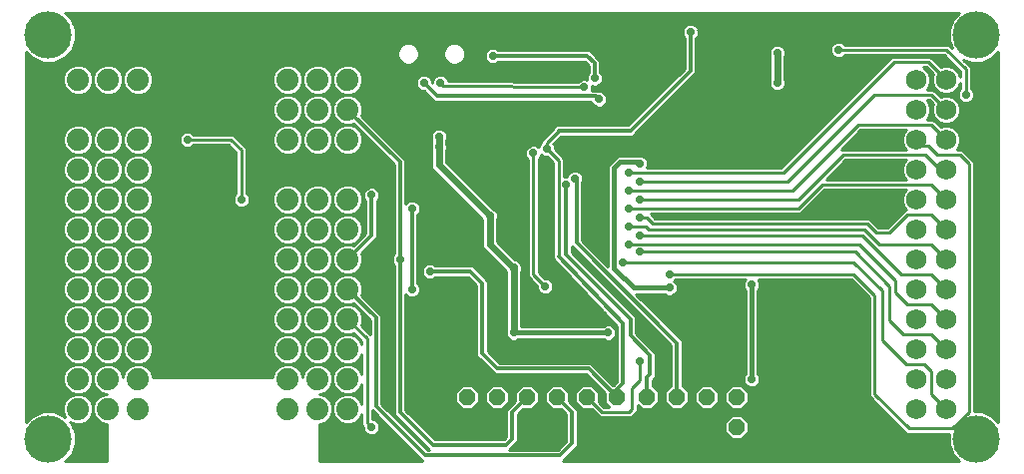
<source format=gbl>
G75*
%MOIN*%
%OFA0B0*%
%FSLAX24Y24*%
%IPPOS*%
%LPD*%
%AMOC8*
5,1,8,0,0,1.08239X$1,22.5*
%
%ADD10C,0.0433*%
%ADD11OC8,0.0560*%
%ADD12C,0.0740*%
%ADD13C,0.0690*%
%ADD14C,0.0100*%
%ADD15C,0.0280*%
%ADD16C,0.0240*%
%ADD17C,0.0160*%
%ADD18C,0.0120*%
%ADD19C,0.1580*%
D10*
X012857Y015617D02*
X012857Y016050D01*
X015043Y016050D02*
X015043Y015617D01*
D11*
X015150Y003533D03*
X016150Y003533D03*
X017150Y003533D03*
X018150Y003533D03*
X019150Y003533D03*
X020150Y003533D03*
X021150Y003533D03*
X022150Y003533D03*
X023150Y003533D03*
X024150Y003533D03*
X024150Y002533D03*
X023150Y002533D03*
X022150Y002533D03*
X021150Y002533D03*
X020150Y002533D03*
X019150Y002533D03*
X018150Y002533D03*
X017150Y002533D03*
X016150Y002533D03*
X015150Y002533D03*
D12*
X011150Y003133D03*
X010150Y003133D03*
X009150Y003133D03*
X009150Y004133D03*
X010150Y004133D03*
X011150Y004133D03*
X011150Y005133D03*
X010150Y005133D03*
X009150Y005133D03*
X009150Y006133D03*
X010150Y006133D03*
X011150Y006133D03*
X011150Y007133D03*
X010150Y007133D03*
X009150Y007133D03*
X009150Y008133D03*
X010150Y008133D03*
X011150Y008133D03*
X011150Y009133D03*
X010150Y009133D03*
X009150Y009133D03*
X009150Y010133D03*
X010150Y010133D03*
X011150Y010133D03*
X011150Y011133D03*
X010150Y011133D03*
X009150Y011133D03*
X009150Y012133D03*
X010150Y012133D03*
X011150Y012133D03*
X011150Y013133D03*
X010150Y013133D03*
X009150Y013133D03*
X009150Y014133D03*
X010150Y014133D03*
X011150Y014133D03*
X004150Y014133D03*
X003150Y014133D03*
X002150Y014133D03*
X002150Y013133D03*
X003150Y013133D03*
X004150Y013133D03*
X004150Y012133D03*
X003150Y012133D03*
X002150Y012133D03*
X002150Y011133D03*
X003150Y011133D03*
X004150Y011133D03*
X004150Y010133D03*
X003150Y010133D03*
X002150Y010133D03*
X002150Y009133D03*
X003150Y009133D03*
X004150Y009133D03*
X004150Y008133D03*
X003150Y008133D03*
X002150Y008133D03*
X002150Y007133D03*
X003150Y007133D03*
X004150Y007133D03*
X004150Y006133D03*
X003150Y006133D03*
X002150Y006133D03*
X002150Y005133D03*
X003150Y005133D03*
X004150Y005133D03*
X004150Y004133D03*
X003150Y004133D03*
X002150Y004133D03*
X002150Y003133D03*
X003150Y003133D03*
X004150Y003133D03*
D13*
X030150Y003133D03*
X031150Y003133D03*
X031150Y004133D03*
X030150Y004133D03*
X030150Y005133D03*
X031150Y005133D03*
X031150Y006133D03*
X030150Y006133D03*
X030150Y007133D03*
X031150Y007133D03*
X031150Y008133D03*
X030150Y008133D03*
X030150Y009133D03*
X031150Y009133D03*
X031150Y010133D03*
X030150Y010133D03*
X030150Y011133D03*
X031150Y011133D03*
X031150Y012133D03*
X030150Y012133D03*
X030150Y013133D03*
X031150Y013133D03*
X031150Y014133D03*
X030150Y014133D03*
D14*
X001930Y001612D02*
X001726Y001408D01*
X003100Y001408D01*
X003100Y002633D01*
X003051Y002633D01*
X002867Y002709D01*
X002433Y002709D01*
X002574Y002850D01*
X002650Y003034D01*
X002650Y003233D01*
X002574Y003417D01*
X002433Y003557D01*
X002249Y003633D01*
X002051Y003633D01*
X001867Y003557D01*
X001726Y003417D01*
X001650Y003233D01*
X001650Y003034D01*
X001720Y002864D01*
X001671Y002913D01*
X001333Y003053D01*
X000967Y003053D01*
X000629Y002913D01*
X000425Y002709D01*
X000425Y015057D01*
X000629Y014853D01*
X000967Y014713D01*
X001333Y014713D01*
X001671Y014853D01*
X001930Y015112D01*
X002070Y015450D01*
X002070Y015816D01*
X001930Y016154D01*
X001726Y016358D01*
X031574Y016358D01*
X031370Y016154D01*
X031230Y015816D01*
X031230Y015450D01*
X031331Y015207D01*
X031330Y015208D01*
X031225Y015313D01*
X027752Y015313D01*
X027703Y015362D01*
X027604Y015403D01*
X027496Y015403D01*
X027397Y015362D01*
X027321Y015286D01*
X027280Y015187D01*
X027280Y015080D01*
X027321Y014980D01*
X027397Y014904D01*
X027496Y014863D01*
X027604Y014863D01*
X027703Y014904D01*
X027752Y014953D01*
X031075Y014953D01*
X031620Y014409D01*
X031620Y014240D01*
X031553Y014402D01*
X031419Y014536D01*
X031244Y014608D01*
X031056Y014608D01*
X030966Y014571D01*
X030625Y014913D01*
X029325Y014913D01*
X029220Y014808D01*
X029220Y014808D01*
X025625Y011213D01*
X021143Y011213D01*
X021170Y011280D01*
X021170Y011387D01*
X021129Y011486D01*
X021053Y011562D01*
X020954Y011603D01*
X020846Y011603D01*
X020822Y011593D01*
X020163Y011593D01*
X020040Y011470D01*
X019840Y011270D01*
X019840Y007912D01*
X018990Y008762D01*
X018990Y010707D01*
X019020Y010780D01*
X019020Y010887D01*
X018979Y010986D01*
X018903Y011062D01*
X018804Y011103D01*
X018696Y011103D01*
X018597Y011062D01*
X018521Y010986D01*
X018487Y010903D01*
X018396Y010903D01*
X018380Y010897D01*
X018380Y011508D01*
X018070Y011818D01*
X018070Y011887D01*
X018029Y011986D01*
X018018Y011997D01*
X018265Y012243D01*
X020679Y012243D01*
X020790Y012355D01*
X022790Y014355D01*
X022790Y015541D01*
X022829Y015580D01*
X022870Y015680D01*
X022870Y015787D01*
X022829Y015886D01*
X022753Y015962D01*
X022654Y016003D01*
X022546Y016003D01*
X022447Y015962D01*
X022371Y015886D01*
X022330Y015787D01*
X022330Y015680D01*
X022371Y015580D01*
X022410Y015541D01*
X022410Y014512D01*
X020521Y012623D01*
X018121Y012623D01*
X018010Y012512D01*
X018010Y012498D01*
X017725Y012213D01*
X017620Y012108D01*
X017620Y012035D01*
X017571Y011986D01*
X017530Y011887D01*
X017530Y011885D01*
X017503Y011912D01*
X017404Y011953D01*
X017296Y011953D01*
X017197Y011912D01*
X017121Y011836D01*
X017080Y011737D01*
X017080Y011630D01*
X017121Y011530D01*
X017170Y011481D01*
X017170Y007559D01*
X017275Y007453D01*
X017480Y007249D01*
X017480Y007180D01*
X017521Y007080D01*
X017597Y007004D01*
X017696Y006963D01*
X017804Y006963D01*
X017903Y007004D01*
X017979Y007080D01*
X018020Y007180D01*
X018020Y007287D01*
X017979Y007386D01*
X017903Y007462D01*
X017804Y007503D01*
X017735Y007503D01*
X017530Y007708D01*
X017530Y011481D01*
X017579Y011530D01*
X017620Y011630D01*
X017620Y011631D01*
X017647Y011604D01*
X017746Y011563D01*
X017815Y011563D01*
X018020Y011359D01*
X018020Y008324D01*
X018012Y008316D01*
X018008Y008159D01*
X020160Y005907D01*
X020160Y004062D01*
X020041Y003943D01*
X020009Y003943D01*
X019390Y004562D01*
X019390Y004562D01*
X019279Y004673D01*
X016229Y004673D01*
X015840Y005062D01*
X015840Y007412D01*
X015329Y007923D01*
X014092Y007923D01*
X014053Y007962D01*
X013954Y008003D01*
X013846Y008003D01*
X013747Y007962D01*
X013671Y007886D01*
X013630Y007787D01*
X013630Y007680D01*
X013671Y007580D01*
X013747Y007504D01*
X013846Y007463D01*
X013954Y007463D01*
X014053Y007504D01*
X014092Y007543D01*
X015171Y007543D01*
X015460Y007255D01*
X015460Y004905D01*
X015571Y004793D01*
X016071Y004293D01*
X019121Y004293D01*
X019740Y003675D01*
X019740Y003364D01*
X019890Y003213D01*
X019725Y003213D01*
X019560Y003378D01*
X019560Y003703D01*
X019320Y003943D01*
X018980Y003943D01*
X018740Y003703D01*
X018740Y003364D01*
X018980Y003123D01*
X019305Y003123D01*
X019575Y002853D01*
X020625Y002853D01*
X020730Y002959D01*
X020830Y003059D01*
X020830Y003274D01*
X020980Y003123D01*
X021320Y003123D01*
X021560Y003364D01*
X021560Y003703D01*
X021340Y003923D01*
X021340Y004105D01*
X021440Y004205D01*
X021440Y005012D01*
X020790Y005662D01*
X020790Y006212D01*
X020679Y006323D01*
X018640Y008362D01*
X018640Y008575D01*
X018721Y008493D01*
X021960Y005255D01*
X021960Y003923D01*
X021740Y003703D01*
X021740Y003364D01*
X021980Y003123D01*
X022320Y003123D01*
X022560Y003364D01*
X022560Y003703D01*
X022340Y003923D01*
X022340Y005412D01*
X022229Y005523D01*
X020779Y006973D01*
X021728Y006973D01*
X021747Y006954D01*
X021846Y006913D01*
X021954Y006913D01*
X022053Y006954D01*
X022129Y007030D01*
X022170Y007130D01*
X022170Y007237D01*
X022129Y007336D01*
X022057Y007408D01*
X022102Y007453D01*
X024438Y007453D01*
X024421Y007436D01*
X024380Y007337D01*
X024380Y007230D01*
X024421Y007130D01*
X024440Y007111D01*
X024440Y004305D01*
X024421Y004286D01*
X024380Y004187D01*
X024380Y004080D01*
X024421Y003980D01*
X024497Y003904D01*
X024596Y003863D01*
X024704Y003863D01*
X024803Y003904D01*
X024879Y003980D01*
X024920Y004080D01*
X024920Y004187D01*
X024879Y004286D01*
X024860Y004305D01*
X024860Y007111D01*
X024879Y007130D01*
X024920Y007230D01*
X024920Y007337D01*
X024879Y007436D01*
X024862Y007453D01*
X027975Y007453D01*
X028570Y006859D01*
X028570Y003559D01*
X029720Y002409D01*
X029825Y002303D01*
X031230Y002303D01*
X031230Y001950D01*
X031370Y001612D01*
X031574Y001408D01*
X018344Y001408D01*
X018729Y001793D01*
X018840Y001905D01*
X018840Y003112D01*
X018560Y003392D01*
X018560Y003703D01*
X018320Y003943D01*
X017980Y003943D01*
X017740Y003703D01*
X017740Y003364D01*
X017980Y003123D01*
X018291Y003123D01*
X018460Y002955D01*
X018460Y002062D01*
X018171Y001773D01*
X016559Y001773D01*
X016840Y002055D01*
X016840Y002955D01*
X017009Y003123D01*
X017320Y003123D01*
X017560Y003364D01*
X017560Y003703D01*
X017320Y003943D01*
X016980Y003943D01*
X016740Y003703D01*
X016740Y003392D01*
X016571Y003223D01*
X016460Y003112D01*
X016460Y002212D01*
X016371Y002123D01*
X014079Y002123D01*
X013090Y003112D01*
X013090Y006961D01*
X013147Y006904D01*
X013246Y006863D01*
X013354Y006863D01*
X013453Y006904D01*
X013529Y006980D01*
X013570Y007080D01*
X013570Y007187D01*
X013529Y007286D01*
X013490Y007325D01*
X013490Y009641D01*
X013529Y009680D01*
X013570Y009780D01*
X013570Y009887D01*
X013529Y009986D01*
X013453Y010062D01*
X013354Y010103D01*
X013246Y010103D01*
X013147Y010062D01*
X013090Y010005D01*
X013090Y011462D01*
X011611Y012941D01*
X011650Y013034D01*
X011650Y013233D01*
X011574Y013417D01*
X011433Y013557D01*
X011249Y013633D01*
X011051Y013633D01*
X010867Y013557D01*
X010726Y013417D01*
X010650Y013233D01*
X010574Y013417D01*
X010433Y013557D01*
X010249Y013633D01*
X010051Y013633D01*
X009867Y013557D01*
X009726Y013417D01*
X009650Y013233D01*
X009574Y013417D01*
X009433Y013557D01*
X009249Y013633D01*
X009051Y013633D01*
X008867Y013557D01*
X008726Y013417D01*
X008650Y013233D01*
X008650Y013034D01*
X008726Y012850D01*
X008867Y012709D01*
X009051Y012633D01*
X008867Y012557D01*
X008726Y012417D01*
X008650Y012233D01*
X008650Y012034D01*
X008726Y011850D01*
X008867Y011709D01*
X009051Y011633D01*
X009249Y011633D01*
X009433Y011709D01*
X009574Y011850D01*
X009650Y012034D01*
X009650Y012233D01*
X009574Y012417D01*
X009433Y012557D01*
X009249Y012633D01*
X009051Y012633D01*
X009249Y012633D01*
X009433Y012709D01*
X009574Y012850D01*
X009650Y013034D01*
X009650Y013233D01*
X009650Y013034D01*
X009726Y012850D01*
X009867Y012709D01*
X010051Y012633D01*
X009867Y012557D01*
X009726Y012417D01*
X009650Y012233D01*
X009650Y012034D01*
X009726Y011850D01*
X009867Y011709D01*
X010051Y011633D01*
X010249Y011633D01*
X010433Y011709D01*
X010574Y011850D01*
X010650Y012034D01*
X010650Y012233D01*
X010574Y012417D01*
X010433Y012557D01*
X010249Y012633D01*
X010051Y012633D01*
X010249Y012633D01*
X010433Y012709D01*
X010574Y012850D01*
X010650Y013034D01*
X010650Y013233D01*
X010650Y013034D01*
X010726Y012850D01*
X010867Y012709D01*
X011051Y012633D01*
X010867Y012557D01*
X010726Y012417D01*
X010650Y012233D01*
X010650Y012034D01*
X010726Y011850D01*
X010867Y011709D01*
X011051Y011633D01*
X011249Y011633D01*
X011433Y011709D01*
X011574Y011850D01*
X011650Y012034D01*
X011650Y012233D01*
X011574Y012417D01*
X011433Y012557D01*
X011249Y012633D01*
X011051Y012633D01*
X011249Y012633D01*
X011343Y012672D01*
X012710Y011305D01*
X012710Y008325D01*
X012671Y008286D01*
X012630Y008187D01*
X012630Y008080D01*
X012671Y007980D01*
X012710Y007941D01*
X012710Y002955D01*
X012821Y002843D01*
X012821Y002843D01*
X013891Y001773D01*
X013829Y001773D01*
X012290Y003312D01*
X012290Y006262D01*
X012179Y006373D01*
X011611Y006941D01*
X011650Y007034D01*
X011650Y007233D01*
X011574Y007417D01*
X011433Y007557D01*
X011249Y007633D01*
X011051Y007633D01*
X010867Y007557D01*
X010726Y007417D01*
X010650Y007233D01*
X010574Y007417D01*
X010433Y007557D01*
X010249Y007633D01*
X010051Y007633D01*
X009867Y007557D01*
X009726Y007417D01*
X009650Y007233D01*
X009574Y007417D01*
X009433Y007557D01*
X009249Y007633D01*
X009051Y007633D01*
X008867Y007557D01*
X008726Y007417D01*
X008650Y007233D01*
X008650Y007034D01*
X008726Y006850D01*
X008867Y006709D01*
X009051Y006633D01*
X008867Y006557D01*
X008726Y006417D01*
X008650Y006233D01*
X008650Y006034D01*
X008726Y005850D01*
X008867Y005709D01*
X009051Y005633D01*
X008867Y005557D01*
X008726Y005417D01*
X008650Y005233D01*
X008650Y005034D01*
X008726Y004850D01*
X008867Y004709D01*
X009051Y004633D01*
X008867Y004557D01*
X008726Y004417D01*
X008650Y004233D01*
X008650Y004183D01*
X004650Y004183D01*
X004650Y004233D01*
X004574Y004417D01*
X004433Y004557D01*
X004249Y004633D01*
X004051Y004633D01*
X003867Y004557D01*
X003726Y004417D01*
X003650Y004233D01*
X003574Y004417D01*
X003433Y004557D01*
X003249Y004633D01*
X003051Y004633D01*
X002867Y004557D01*
X002726Y004417D01*
X002650Y004233D01*
X002574Y004417D01*
X002433Y004557D01*
X002249Y004633D01*
X002051Y004633D01*
X001867Y004557D01*
X001726Y004417D01*
X001650Y004233D01*
X001650Y004034D01*
X001726Y003850D01*
X001867Y003709D01*
X002051Y003633D01*
X002249Y003633D01*
X002433Y003709D01*
X002574Y003850D01*
X002650Y004034D01*
X002650Y004233D01*
X002650Y004034D01*
X002726Y003850D01*
X002867Y003709D01*
X003051Y003633D01*
X002867Y003557D01*
X002726Y003417D01*
X002650Y003233D01*
X002650Y003034D01*
X002726Y002850D01*
X002867Y002709D01*
X002768Y002808D02*
X002532Y002808D01*
X002597Y002906D02*
X002703Y002906D01*
X002662Y003005D02*
X002638Y003005D01*
X002650Y003103D02*
X002650Y003103D01*
X002650Y003202D02*
X002650Y003202D01*
X002622Y003300D02*
X002678Y003300D01*
X002719Y003399D02*
X002581Y003399D01*
X002493Y003497D02*
X002807Y003497D01*
X002960Y003596D02*
X002340Y003596D01*
X002397Y003694D02*
X002903Y003694D01*
X002783Y003793D02*
X002517Y003793D01*
X002591Y003891D02*
X002709Y003891D01*
X002668Y003990D02*
X002632Y003990D01*
X002650Y004088D02*
X002650Y004088D01*
X002650Y004187D02*
X002650Y004187D01*
X002628Y004285D02*
X002672Y004285D01*
X002713Y004384D02*
X002587Y004384D01*
X002508Y004482D02*
X002792Y004482D01*
X002924Y004581D02*
X002376Y004581D01*
X002361Y004679D02*
X002939Y004679D01*
X002867Y004709D02*
X003051Y004633D01*
X003249Y004633D01*
X003433Y004709D01*
X003574Y004850D01*
X003650Y005034D01*
X003726Y004850D01*
X003867Y004709D01*
X004051Y004633D01*
X004249Y004633D01*
X004433Y004709D01*
X004574Y004850D01*
X004650Y005034D01*
X004650Y005233D01*
X004574Y005417D01*
X004433Y005557D01*
X004249Y005633D01*
X004051Y005633D01*
X003867Y005557D01*
X003726Y005417D01*
X003650Y005233D01*
X003650Y005034D01*
X003650Y005233D01*
X003574Y005417D01*
X003433Y005557D01*
X003249Y005633D01*
X003051Y005633D01*
X002867Y005557D01*
X002726Y005417D01*
X002650Y005233D01*
X002650Y005034D01*
X002726Y004850D01*
X002867Y004709D01*
X002798Y004778D02*
X002502Y004778D01*
X002433Y004709D02*
X002574Y004850D01*
X002650Y005034D01*
X002650Y005233D01*
X002574Y005417D01*
X002433Y005557D01*
X002249Y005633D01*
X002051Y005633D01*
X001867Y005557D01*
X001726Y005417D01*
X001650Y005233D01*
X001650Y005034D01*
X001726Y004850D01*
X001867Y004709D01*
X002051Y004633D01*
X002249Y004633D01*
X002433Y004709D01*
X002585Y004876D02*
X002715Y004876D01*
X002674Y004975D02*
X002626Y004975D01*
X002650Y005073D02*
X002650Y005073D01*
X002650Y005172D02*
X002650Y005172D01*
X002634Y005270D02*
X002666Y005270D01*
X002706Y005369D02*
X002594Y005369D01*
X002523Y005467D02*
X002777Y005467D01*
X002888Y005566D02*
X002412Y005566D01*
X002324Y005664D02*
X002976Y005664D01*
X003051Y005633D02*
X002867Y005709D01*
X002726Y005850D01*
X002650Y006034D01*
X002650Y006233D01*
X002726Y006417D01*
X002867Y006557D01*
X003051Y006633D01*
X003249Y006633D01*
X003433Y006557D01*
X003574Y006417D01*
X003650Y006233D01*
X003650Y006034D01*
X003726Y005850D01*
X003867Y005709D01*
X004051Y005633D01*
X004249Y005633D01*
X004433Y005709D01*
X004574Y005850D01*
X004650Y006034D01*
X004650Y006233D01*
X004574Y006417D01*
X004433Y006557D01*
X004249Y006633D01*
X004051Y006633D01*
X003867Y006557D01*
X003726Y006417D01*
X003650Y006233D01*
X003650Y006034D01*
X003574Y005850D01*
X003433Y005709D01*
X003249Y005633D01*
X003051Y005633D01*
X002813Y005763D02*
X002487Y005763D01*
X002433Y005709D02*
X002574Y005850D01*
X002650Y006034D01*
X002650Y006233D01*
X002574Y006417D01*
X002433Y006557D01*
X002249Y006633D01*
X002051Y006633D01*
X001867Y006557D01*
X001726Y006417D01*
X001650Y006233D01*
X001650Y006034D01*
X001726Y005850D01*
X001867Y005709D01*
X002051Y005633D01*
X002249Y005633D01*
X002433Y005709D01*
X002579Y005861D02*
X002721Y005861D01*
X002681Y005960D02*
X002619Y005960D01*
X002650Y006058D02*
X002650Y006058D01*
X002650Y006157D02*
X002650Y006157D01*
X002641Y006255D02*
X002659Y006255D01*
X002700Y006354D02*
X002600Y006354D01*
X002538Y006452D02*
X002762Y006452D01*
X002860Y006551D02*
X002440Y006551D01*
X002433Y006709D02*
X002249Y006633D01*
X002051Y006633D01*
X001867Y006709D01*
X001726Y006850D01*
X001650Y007034D01*
X001650Y007233D01*
X001726Y007417D01*
X001867Y007557D01*
X002051Y007633D01*
X002249Y007633D01*
X002433Y007557D01*
X002574Y007417D01*
X002650Y007233D01*
X002650Y007034D01*
X002726Y006850D01*
X002867Y006709D01*
X003051Y006633D01*
X003249Y006633D01*
X003433Y006709D01*
X003574Y006850D01*
X003650Y007034D01*
X003726Y006850D01*
X003867Y006709D01*
X004051Y006633D01*
X004249Y006633D01*
X004433Y006709D01*
X004574Y006850D01*
X004650Y007034D01*
X004650Y007233D01*
X004574Y007417D01*
X004433Y007557D01*
X004249Y007633D01*
X004051Y007633D01*
X003867Y007557D01*
X003726Y007417D01*
X003650Y007233D01*
X003650Y007034D01*
X003650Y007233D01*
X003574Y007417D01*
X003433Y007557D01*
X003249Y007633D01*
X003051Y007633D01*
X002867Y007557D01*
X002726Y007417D01*
X002650Y007233D01*
X002650Y007034D01*
X002574Y006850D01*
X002433Y006709D01*
X002472Y006748D02*
X002828Y006748D01*
X002730Y006846D02*
X002570Y006846D01*
X002613Y006945D02*
X002687Y006945D01*
X002650Y007043D02*
X002650Y007043D01*
X002650Y007142D02*
X002650Y007142D01*
X002647Y007240D02*
X002653Y007240D01*
X002694Y007339D02*
X002606Y007339D01*
X002553Y007437D02*
X002747Y007437D01*
X002845Y007536D02*
X002455Y007536D01*
X002433Y007709D02*
X002574Y007850D01*
X002650Y008034D01*
X002726Y007850D01*
X002867Y007709D01*
X003051Y007633D01*
X003249Y007633D01*
X003433Y007709D01*
X003574Y007850D01*
X003650Y008034D01*
X003726Y007850D01*
X003867Y007709D01*
X004051Y007633D01*
X004249Y007633D01*
X004433Y007709D01*
X004574Y007850D01*
X004650Y008034D01*
X004650Y008233D01*
X004574Y008417D01*
X004433Y008557D01*
X004249Y008633D01*
X004051Y008633D01*
X003867Y008557D01*
X003726Y008417D01*
X003650Y008233D01*
X003650Y008034D01*
X003650Y008233D01*
X003574Y008417D01*
X003433Y008557D01*
X003249Y008633D01*
X003051Y008633D01*
X002867Y008557D01*
X002726Y008417D01*
X002650Y008233D01*
X002650Y008034D01*
X002650Y008233D01*
X002574Y008417D01*
X002433Y008557D01*
X002249Y008633D01*
X002051Y008633D01*
X001867Y008557D01*
X001726Y008417D01*
X001650Y008233D01*
X001650Y008034D01*
X001726Y007850D01*
X001867Y007709D01*
X002051Y007633D01*
X002249Y007633D01*
X002433Y007709D01*
X002457Y007733D02*
X002843Y007733D01*
X002745Y007831D02*
X002555Y007831D01*
X002607Y007930D02*
X002693Y007930D01*
X002652Y008028D02*
X002648Y008028D01*
X002650Y008127D02*
X002650Y008127D01*
X002650Y008225D02*
X002650Y008225D01*
X002612Y008324D02*
X002688Y008324D01*
X002732Y008422D02*
X002568Y008422D01*
X002470Y008521D02*
X002830Y008521D01*
X002867Y008709D02*
X003051Y008633D01*
X003249Y008633D01*
X003433Y008709D01*
X003574Y008850D01*
X003650Y009034D01*
X003726Y008850D01*
X003867Y008709D01*
X004051Y008633D01*
X004249Y008633D01*
X004433Y008709D01*
X004574Y008850D01*
X004650Y009034D01*
X004650Y009233D01*
X004574Y009417D01*
X004433Y009557D01*
X004249Y009633D01*
X004051Y009633D01*
X003867Y009557D01*
X003726Y009417D01*
X003650Y009233D01*
X003650Y009034D01*
X003650Y009233D01*
X003574Y009417D01*
X003433Y009557D01*
X003249Y009633D01*
X003051Y009633D01*
X002867Y009557D01*
X002726Y009417D01*
X002650Y009233D01*
X002650Y009034D01*
X002726Y008850D01*
X002867Y008709D01*
X002858Y008718D02*
X002442Y008718D01*
X002433Y008709D02*
X002574Y008850D01*
X002650Y009034D01*
X002650Y009233D01*
X002574Y009417D01*
X002433Y009557D01*
X002249Y009633D01*
X002051Y009633D01*
X001867Y009557D01*
X001726Y009417D01*
X001650Y009233D01*
X001650Y009034D01*
X001726Y008850D01*
X001867Y008709D01*
X002051Y008633D01*
X002249Y008633D01*
X002433Y008709D01*
X002540Y008816D02*
X002760Y008816D01*
X002699Y008915D02*
X002601Y008915D01*
X002641Y009013D02*
X002659Y009013D01*
X002650Y009112D02*
X002650Y009112D01*
X002650Y009210D02*
X002650Y009210D01*
X002618Y009309D02*
X002682Y009309D01*
X002722Y009407D02*
X002578Y009407D01*
X002485Y009506D02*
X002815Y009506D01*
X002981Y009604D02*
X002319Y009604D01*
X002249Y009633D02*
X002433Y009709D01*
X002574Y009850D01*
X002650Y010034D01*
X002726Y009850D01*
X002867Y009709D01*
X003051Y009633D01*
X003249Y009633D01*
X003433Y009709D01*
X003574Y009850D01*
X003650Y010034D01*
X003726Y009850D01*
X003867Y009709D01*
X004051Y009633D01*
X004249Y009633D01*
X004433Y009709D01*
X004574Y009850D01*
X004650Y010034D01*
X004650Y010233D01*
X004574Y010417D01*
X004433Y010557D01*
X004249Y010633D01*
X004051Y010633D01*
X003867Y010557D01*
X003726Y010417D01*
X003650Y010233D01*
X003650Y010034D01*
X003650Y010233D01*
X003574Y010417D01*
X003433Y010557D01*
X003249Y010633D01*
X003051Y010633D01*
X002867Y010557D01*
X002726Y010417D01*
X002650Y010233D01*
X002650Y010034D01*
X002650Y010233D01*
X002574Y010417D01*
X002433Y010557D01*
X002249Y010633D01*
X002051Y010633D01*
X001867Y010557D01*
X001726Y010417D01*
X001650Y010233D01*
X001650Y010034D01*
X001726Y009850D01*
X001867Y009709D01*
X002051Y009633D01*
X002249Y009633D01*
X002417Y009703D02*
X002883Y009703D01*
X002775Y009801D02*
X002525Y009801D01*
X002594Y009900D02*
X002706Y009900D01*
X002665Y009998D02*
X002635Y009998D01*
X002650Y010097D02*
X002650Y010097D01*
X002650Y010195D02*
X002650Y010195D01*
X002625Y010294D02*
X002675Y010294D01*
X002716Y010392D02*
X002584Y010392D01*
X002500Y010491D02*
X002800Y010491D01*
X002944Y010589D02*
X002356Y010589D01*
X002381Y010688D02*
X002919Y010688D01*
X002867Y010709D02*
X003051Y010633D01*
X003249Y010633D01*
X003433Y010709D01*
X003574Y010850D01*
X003650Y011034D01*
X003726Y010850D01*
X003867Y010709D01*
X004051Y010633D01*
X004249Y010633D01*
X004433Y010709D01*
X004574Y010850D01*
X004650Y011034D01*
X004650Y011233D01*
X004574Y011417D01*
X004433Y011557D01*
X004249Y011633D01*
X004051Y011633D01*
X003867Y011557D01*
X003726Y011417D01*
X003650Y011233D01*
X003650Y011034D01*
X003650Y011233D01*
X003574Y011417D01*
X003433Y011557D01*
X003249Y011633D01*
X003051Y011633D01*
X002867Y011557D01*
X002726Y011417D01*
X002650Y011233D01*
X002650Y011034D01*
X002726Y010850D01*
X002867Y010709D01*
X002790Y010786D02*
X002510Y010786D01*
X002574Y010850D02*
X002433Y010709D01*
X002249Y010633D01*
X002051Y010633D01*
X001867Y010709D01*
X001726Y010850D01*
X001650Y011034D01*
X001650Y011233D01*
X001726Y011417D01*
X001867Y011557D01*
X002051Y011633D01*
X002249Y011633D01*
X002433Y011557D01*
X002574Y011417D01*
X002650Y011233D01*
X002650Y011034D01*
X002574Y010850D01*
X002588Y010885D02*
X002712Y010885D01*
X002671Y010983D02*
X002629Y010983D01*
X002650Y011082D02*
X002650Y011082D01*
X002650Y011180D02*
X002650Y011180D01*
X002631Y011279D02*
X002669Y011279D01*
X002710Y011377D02*
X002590Y011377D01*
X002515Y011476D02*
X002785Y011476D01*
X002908Y011574D02*
X002392Y011574D01*
X002345Y011673D02*
X002955Y011673D01*
X002867Y011709D02*
X003051Y011633D01*
X003249Y011633D01*
X003433Y011709D01*
X003574Y011850D01*
X003650Y012034D01*
X003726Y011850D01*
X003867Y011709D01*
X004051Y011633D01*
X004249Y011633D01*
X004433Y011709D01*
X004574Y011850D01*
X004650Y012034D01*
X004650Y012233D01*
X004574Y012417D01*
X004433Y012557D01*
X004249Y012633D01*
X004051Y012633D01*
X003867Y012557D01*
X003726Y012417D01*
X003650Y012233D01*
X003650Y012034D01*
X003650Y012233D01*
X003574Y012417D01*
X003433Y012557D01*
X003249Y012633D01*
X003051Y012633D01*
X002867Y012557D01*
X002726Y012417D01*
X002650Y012233D01*
X002650Y012034D01*
X002726Y011850D01*
X002867Y011709D01*
X002805Y011771D02*
X002495Y011771D01*
X002433Y011709D02*
X002574Y011850D01*
X002650Y012034D01*
X002650Y012233D01*
X002574Y012417D01*
X002433Y012557D01*
X002249Y012633D01*
X002051Y012633D01*
X001867Y012557D01*
X001726Y012417D01*
X001650Y012233D01*
X001650Y012034D01*
X001726Y011850D01*
X001867Y011709D01*
X002051Y011633D01*
X002249Y011633D01*
X002433Y011709D01*
X002582Y011870D02*
X002718Y011870D01*
X002677Y011968D02*
X002623Y011968D01*
X002650Y012067D02*
X002650Y012067D01*
X002650Y012165D02*
X002650Y012165D01*
X002637Y012264D02*
X002663Y012264D01*
X002704Y012362D02*
X002596Y012362D01*
X002530Y012461D02*
X002770Y012461D01*
X002872Y012559D02*
X002428Y012559D01*
X001872Y012559D02*
X000425Y012559D01*
X000425Y012461D02*
X001770Y012461D01*
X001704Y012362D02*
X000425Y012362D01*
X000425Y012264D02*
X001663Y012264D01*
X001650Y012165D02*
X000425Y012165D01*
X000425Y012067D02*
X001650Y012067D01*
X001677Y011968D02*
X000425Y011968D01*
X000425Y011870D02*
X001718Y011870D01*
X001805Y011771D02*
X000425Y011771D01*
X000425Y011673D02*
X001955Y011673D01*
X001908Y011574D02*
X000425Y011574D01*
X000425Y011476D02*
X001785Y011476D01*
X001710Y011377D02*
X000425Y011377D01*
X000425Y011279D02*
X001669Y011279D01*
X001650Y011180D02*
X000425Y011180D01*
X000425Y011082D02*
X001650Y011082D01*
X001671Y010983D02*
X000425Y010983D01*
X000425Y010885D02*
X001712Y010885D01*
X001790Y010786D02*
X000425Y010786D01*
X000425Y010688D02*
X001919Y010688D01*
X001944Y010589D02*
X000425Y010589D01*
X000425Y010491D02*
X001800Y010491D01*
X001716Y010392D02*
X000425Y010392D01*
X000425Y010294D02*
X001675Y010294D01*
X001650Y010195D02*
X000425Y010195D01*
X000425Y010097D02*
X001650Y010097D01*
X001665Y009998D02*
X000425Y009998D01*
X000425Y009900D02*
X001706Y009900D01*
X001775Y009801D02*
X000425Y009801D01*
X000425Y009703D02*
X001883Y009703D01*
X001981Y009604D02*
X000425Y009604D01*
X000425Y009506D02*
X001815Y009506D01*
X001722Y009407D02*
X000425Y009407D01*
X000425Y009309D02*
X001682Y009309D01*
X001650Y009210D02*
X000425Y009210D01*
X000425Y009112D02*
X001650Y009112D01*
X001659Y009013D02*
X000425Y009013D01*
X000425Y008915D02*
X001699Y008915D01*
X001760Y008816D02*
X000425Y008816D01*
X000425Y008718D02*
X001858Y008718D01*
X002017Y008619D02*
X000425Y008619D01*
X000425Y008521D02*
X001830Y008521D01*
X001732Y008422D02*
X000425Y008422D01*
X000425Y008324D02*
X001688Y008324D01*
X001650Y008225D02*
X000425Y008225D01*
X000425Y008127D02*
X001650Y008127D01*
X001652Y008028D02*
X000425Y008028D01*
X000425Y007930D02*
X001693Y007930D01*
X001745Y007831D02*
X000425Y007831D01*
X000425Y007733D02*
X001843Y007733D01*
X001845Y007536D02*
X000425Y007536D01*
X000425Y007634D02*
X002048Y007634D01*
X002252Y007634D02*
X003048Y007634D01*
X003252Y007634D02*
X004048Y007634D01*
X004252Y007634D02*
X009048Y007634D01*
X009051Y007633D02*
X009249Y007633D01*
X009433Y007709D01*
X009574Y007850D01*
X009650Y008034D01*
X009650Y008233D01*
X009574Y008417D01*
X009433Y008557D01*
X009249Y008633D01*
X009051Y008633D01*
X008867Y008557D01*
X008726Y008417D01*
X008650Y008233D01*
X008650Y008034D01*
X008726Y007850D01*
X008867Y007709D01*
X009051Y007633D01*
X009252Y007634D02*
X010048Y007634D01*
X010051Y007633D02*
X010249Y007633D01*
X010433Y007709D01*
X010574Y007850D01*
X010650Y008034D01*
X010650Y008233D01*
X010574Y008417D01*
X010433Y008557D01*
X010249Y008633D01*
X010051Y008633D01*
X009867Y008557D01*
X009726Y008417D01*
X009650Y008233D01*
X009650Y008034D01*
X009726Y007850D01*
X009867Y007709D01*
X010051Y007633D01*
X010252Y007634D02*
X011048Y007634D01*
X011051Y007633D02*
X011249Y007633D01*
X011433Y007709D01*
X011574Y007850D01*
X011650Y008034D01*
X011650Y008233D01*
X011611Y008326D01*
X012140Y008855D01*
X012140Y010091D01*
X012179Y010130D01*
X012220Y010230D01*
X012220Y010337D01*
X012179Y010436D01*
X012103Y010512D01*
X012004Y010553D01*
X011896Y010553D01*
X011797Y010512D01*
X011721Y010436D01*
X011680Y010337D01*
X011680Y010230D01*
X011721Y010130D01*
X011760Y010091D01*
X011760Y009012D01*
X011343Y008595D01*
X011249Y008633D01*
X011051Y008633D01*
X010867Y008557D01*
X010726Y008417D01*
X010650Y008233D01*
X010650Y008034D01*
X010726Y007850D01*
X010867Y007709D01*
X011051Y007633D01*
X011252Y007634D02*
X012710Y007634D01*
X012710Y007536D02*
X011455Y007536D01*
X011553Y007437D02*
X012710Y007437D01*
X012710Y007339D02*
X011606Y007339D01*
X011647Y007240D02*
X012710Y007240D01*
X012710Y007142D02*
X011650Y007142D01*
X011650Y007043D02*
X012710Y007043D01*
X012710Y006945D02*
X011613Y006945D01*
X011706Y006846D02*
X012710Y006846D01*
X012710Y006748D02*
X011804Y006748D01*
X011903Y006649D02*
X012710Y006649D01*
X012710Y006551D02*
X012001Y006551D01*
X012100Y006452D02*
X012710Y006452D01*
X012710Y006354D02*
X012198Y006354D01*
X012290Y006255D02*
X012710Y006255D01*
X012710Y006157D02*
X012290Y006157D01*
X012290Y006058D02*
X012710Y006058D01*
X012710Y005960D02*
X012290Y005960D01*
X012290Y005861D02*
X012710Y005861D01*
X012710Y005763D02*
X012290Y005763D01*
X012290Y005664D02*
X012710Y005664D01*
X012710Y005566D02*
X012290Y005566D01*
X012290Y005467D02*
X012710Y005467D01*
X012710Y005369D02*
X012290Y005369D01*
X012290Y005270D02*
X012710Y005270D01*
X012710Y005172D02*
X012290Y005172D01*
X012290Y005073D02*
X012710Y005073D01*
X012710Y004975D02*
X012290Y004975D01*
X012290Y004876D02*
X012710Y004876D01*
X012710Y004778D02*
X012290Y004778D01*
X012290Y004679D02*
X012710Y004679D01*
X012710Y004581D02*
X012290Y004581D01*
X012290Y004482D02*
X012710Y004482D01*
X012710Y004384D02*
X012290Y004384D01*
X012290Y004285D02*
X012710Y004285D01*
X012710Y004187D02*
X012290Y004187D01*
X012290Y004088D02*
X012710Y004088D01*
X012710Y003990D02*
X012290Y003990D01*
X012290Y003891D02*
X012710Y003891D01*
X012710Y003793D02*
X012290Y003793D01*
X012290Y003694D02*
X012710Y003694D01*
X012710Y003596D02*
X012290Y003596D01*
X012290Y003497D02*
X012710Y003497D01*
X012710Y003399D02*
X012290Y003399D01*
X012302Y003300D02*
X012710Y003300D01*
X012710Y003202D02*
X012400Y003202D01*
X012499Y003103D02*
X012710Y003103D01*
X012710Y003005D02*
X012597Y003005D01*
X012696Y002906D02*
X012758Y002906D01*
X012794Y002808D02*
X012857Y002808D01*
X012893Y002709D02*
X012955Y002709D01*
X012991Y002611D02*
X013054Y002611D01*
X013090Y002512D02*
X013152Y002512D01*
X013188Y002414D02*
X013251Y002414D01*
X013287Y002315D02*
X013349Y002315D01*
X013385Y002217D02*
X013448Y002217D01*
X013484Y002118D02*
X013546Y002118D01*
X013582Y002020D02*
X013645Y002020D01*
X013681Y001921D02*
X013743Y001921D01*
X013779Y001823D02*
X013842Y001823D01*
X013439Y001626D02*
X010200Y001626D01*
X010200Y001724D02*
X013340Y001724D01*
X013242Y001823D02*
X010200Y001823D01*
X010200Y001921D02*
X013143Y001921D01*
X013045Y002020D02*
X010200Y002020D01*
X010200Y002118D02*
X012946Y002118D01*
X012848Y002217D02*
X010200Y002217D01*
X010200Y002315D02*
X011786Y002315D01*
X011797Y002304D02*
X011896Y002263D01*
X012004Y002263D01*
X012103Y002304D01*
X012179Y002380D01*
X012220Y002480D01*
X012220Y002587D01*
X012179Y002686D01*
X012103Y002762D01*
X012004Y002803D01*
X011980Y002803D01*
X011980Y003085D01*
X013560Y001505D01*
X013656Y001408D01*
X010200Y001408D01*
X010200Y002633D01*
X010249Y002633D01*
X010433Y002709D01*
X010867Y002709D01*
X011051Y002633D01*
X011249Y002633D01*
X011433Y002709D01*
X011620Y002709D01*
X011620Y002611D02*
X010200Y002611D01*
X010200Y002512D02*
X011680Y002512D01*
X011680Y002480D02*
X011721Y002380D01*
X011797Y002304D01*
X011707Y002414D02*
X010200Y002414D01*
X010433Y002709D02*
X010574Y002850D01*
X010650Y003034D01*
X010650Y003233D01*
X010574Y003417D01*
X010433Y003557D01*
X010249Y003633D01*
X010200Y003633D01*
X010200Y003633D01*
X010249Y003633D01*
X010433Y003709D01*
X010574Y003850D01*
X010650Y004034D01*
X010650Y004233D01*
X010574Y004417D01*
X010433Y004557D01*
X010249Y004633D01*
X010051Y004633D01*
X009867Y004557D01*
X009726Y004417D01*
X009650Y004233D01*
X009574Y004417D01*
X009433Y004557D01*
X009249Y004633D01*
X009051Y004633D01*
X009249Y004633D01*
X009433Y004709D01*
X009574Y004850D01*
X009650Y005034D01*
X009650Y005233D01*
X009574Y005417D01*
X009433Y005557D01*
X009249Y005633D01*
X009051Y005633D01*
X009249Y005633D01*
X009433Y005709D01*
X009574Y005850D01*
X009650Y006034D01*
X009650Y006233D01*
X009574Y006417D01*
X009433Y006557D01*
X009249Y006633D01*
X009051Y006633D01*
X009249Y006633D01*
X009433Y006709D01*
X009574Y006850D01*
X009650Y007034D01*
X009650Y007233D01*
X009650Y007034D01*
X009726Y006850D01*
X009867Y006709D01*
X010051Y006633D01*
X009867Y006557D01*
X009726Y006417D01*
X009650Y006233D01*
X009650Y006034D01*
X009726Y005850D01*
X009867Y005709D01*
X010051Y005633D01*
X009867Y005557D01*
X009726Y005417D01*
X009650Y005233D01*
X009650Y005034D01*
X009726Y004850D01*
X009867Y004709D01*
X010051Y004633D01*
X010249Y004633D01*
X010433Y004709D01*
X010574Y004850D01*
X010650Y005034D01*
X010650Y005233D01*
X010574Y005417D01*
X010433Y005557D01*
X010249Y005633D01*
X010051Y005633D01*
X010249Y005633D01*
X010433Y005709D01*
X010574Y005850D01*
X010650Y006034D01*
X010650Y006233D01*
X010574Y006417D01*
X010433Y006557D01*
X010249Y006633D01*
X010051Y006633D01*
X010249Y006633D01*
X010433Y006709D01*
X010574Y006850D01*
X010650Y007034D01*
X010650Y007233D01*
X010650Y007034D01*
X010726Y006850D01*
X010867Y006709D01*
X011051Y006633D01*
X010867Y006557D01*
X010726Y006417D01*
X010650Y006233D01*
X010650Y006034D01*
X010726Y005850D01*
X010867Y005709D01*
X011051Y005633D01*
X010867Y005557D01*
X010726Y005417D01*
X010650Y005233D01*
X010650Y005034D01*
X010726Y004850D01*
X010867Y004709D01*
X011051Y004633D01*
X010867Y004557D01*
X010726Y004417D01*
X010650Y004233D01*
X010650Y004034D01*
X010726Y003850D01*
X010867Y003709D01*
X011051Y003633D01*
X010867Y003557D01*
X010726Y003417D01*
X010650Y003233D01*
X010650Y003034D01*
X010726Y002850D01*
X010867Y002709D01*
X010768Y002808D02*
X010532Y002808D01*
X010597Y002906D02*
X010703Y002906D01*
X010662Y003005D02*
X010638Y003005D01*
X010650Y003103D02*
X010650Y003103D01*
X010650Y003202D02*
X010650Y003202D01*
X010622Y003300D02*
X010678Y003300D01*
X010719Y003399D02*
X010581Y003399D01*
X010493Y003497D02*
X010807Y003497D01*
X010960Y003596D02*
X010340Y003596D01*
X010397Y003694D02*
X010903Y003694D01*
X010783Y003793D02*
X010517Y003793D01*
X010591Y003891D02*
X010709Y003891D01*
X010668Y003990D02*
X010632Y003990D01*
X010650Y004088D02*
X010650Y004088D01*
X010650Y004187D02*
X010650Y004187D01*
X010628Y004285D02*
X010672Y004285D01*
X010713Y004384D02*
X010587Y004384D01*
X010508Y004482D02*
X010792Y004482D01*
X010924Y004581D02*
X010376Y004581D01*
X010361Y004679D02*
X010939Y004679D01*
X011051Y004633D02*
X011249Y004633D01*
X011433Y004557D01*
X011574Y004417D01*
X011620Y004305D01*
X011620Y004961D01*
X011574Y004850D01*
X011433Y004709D01*
X011249Y004633D01*
X011051Y004633D01*
X010798Y004778D02*
X010502Y004778D01*
X010585Y004876D02*
X010715Y004876D01*
X010674Y004975D02*
X010626Y004975D01*
X010650Y005073D02*
X010650Y005073D01*
X010650Y005172D02*
X010650Y005172D01*
X010634Y005270D02*
X010666Y005270D01*
X010706Y005369D02*
X010594Y005369D01*
X010523Y005467D02*
X010777Y005467D01*
X010888Y005566D02*
X010412Y005566D01*
X010324Y005664D02*
X010976Y005664D01*
X011051Y005633D02*
X011249Y005633D01*
X011051Y005633D01*
X011249Y005633D02*
X011433Y005557D01*
X011574Y005417D01*
X011620Y005305D01*
X011620Y005409D01*
X011353Y005676D01*
X011249Y005633D01*
X011324Y005664D02*
X011364Y005664D01*
X011412Y005566D02*
X011463Y005566D01*
X011523Y005467D02*
X011561Y005467D01*
X011594Y005369D02*
X011620Y005369D01*
X011800Y005483D02*
X011150Y006133D01*
X011607Y005931D02*
X011650Y006034D01*
X011650Y006233D01*
X011574Y006417D01*
X011433Y006557D01*
X011249Y006633D01*
X011051Y006633D01*
X011249Y006633D01*
X011343Y006672D01*
X011910Y006105D01*
X011910Y005628D01*
X011607Y005931D01*
X011619Y005960D02*
X011910Y005960D01*
X011910Y006058D02*
X011650Y006058D01*
X011650Y006157D02*
X011858Y006157D01*
X011759Y006255D02*
X011641Y006255D01*
X011661Y006354D02*
X011600Y006354D01*
X011562Y006452D02*
X011538Y006452D01*
X011464Y006551D02*
X011440Y006551D01*
X011365Y006649D02*
X011288Y006649D01*
X011012Y006649D02*
X010288Y006649D01*
X010440Y006551D02*
X010860Y006551D01*
X010762Y006452D02*
X010538Y006452D01*
X010600Y006354D02*
X010700Y006354D01*
X010659Y006255D02*
X010641Y006255D01*
X010650Y006157D02*
X010650Y006157D01*
X010650Y006058D02*
X010650Y006058D01*
X010619Y005960D02*
X010681Y005960D01*
X010721Y005861D02*
X010579Y005861D01*
X010487Y005763D02*
X010813Y005763D01*
X009976Y005664D02*
X009324Y005664D01*
X009412Y005566D02*
X009888Y005566D01*
X009777Y005467D02*
X009523Y005467D01*
X009594Y005369D02*
X009706Y005369D01*
X009666Y005270D02*
X009634Y005270D01*
X009650Y005172D02*
X009650Y005172D01*
X009650Y005073D02*
X009650Y005073D01*
X009626Y004975D02*
X009674Y004975D01*
X009715Y004876D02*
X009585Y004876D01*
X009502Y004778D02*
X009798Y004778D01*
X009939Y004679D02*
X009361Y004679D01*
X009376Y004581D02*
X009924Y004581D01*
X009792Y004482D02*
X009508Y004482D01*
X009587Y004384D02*
X009713Y004384D01*
X009672Y004285D02*
X009628Y004285D01*
X009650Y004233D02*
X009650Y004183D01*
X009650Y004183D01*
X009650Y004233D01*
X009650Y004187D02*
X009650Y004187D01*
X008924Y004581D02*
X004376Y004581D01*
X004361Y004679D02*
X008939Y004679D01*
X008798Y004778D02*
X004502Y004778D01*
X004585Y004876D02*
X008715Y004876D01*
X008674Y004975D02*
X004626Y004975D01*
X004650Y005073D02*
X008650Y005073D01*
X008650Y005172D02*
X004650Y005172D01*
X004634Y005270D02*
X008666Y005270D01*
X008706Y005369D02*
X004594Y005369D01*
X004523Y005467D02*
X008777Y005467D01*
X008888Y005566D02*
X004412Y005566D01*
X004324Y005664D02*
X008976Y005664D01*
X008813Y005763D02*
X004487Y005763D01*
X004579Y005861D02*
X008721Y005861D01*
X008681Y005960D02*
X004619Y005960D01*
X004650Y006058D02*
X008650Y006058D01*
X008650Y006157D02*
X004650Y006157D01*
X004641Y006255D02*
X008659Y006255D01*
X008700Y006354D02*
X004600Y006354D01*
X004538Y006452D02*
X008762Y006452D01*
X008860Y006551D02*
X004440Y006551D01*
X004288Y006649D02*
X009012Y006649D01*
X008828Y006748D02*
X004472Y006748D01*
X004570Y006846D02*
X008730Y006846D01*
X008687Y006945D02*
X004613Y006945D01*
X004650Y007043D02*
X008650Y007043D01*
X008650Y007142D02*
X004650Y007142D01*
X004647Y007240D02*
X008653Y007240D01*
X008694Y007339D02*
X004606Y007339D01*
X004553Y007437D02*
X008747Y007437D01*
X008845Y007536D02*
X004455Y007536D01*
X004457Y007733D02*
X008843Y007733D01*
X008745Y007831D02*
X004555Y007831D01*
X004607Y007930D02*
X008693Y007930D01*
X008652Y008028D02*
X004648Y008028D01*
X004650Y008127D02*
X008650Y008127D01*
X008650Y008225D02*
X004650Y008225D01*
X004612Y008324D02*
X008688Y008324D01*
X008732Y008422D02*
X004568Y008422D01*
X004470Y008521D02*
X008830Y008521D01*
X008867Y008709D02*
X009051Y008633D01*
X009249Y008633D01*
X009433Y008709D01*
X009574Y008850D01*
X009650Y009034D01*
X009650Y009233D01*
X009574Y009417D01*
X009433Y009557D01*
X009249Y009633D01*
X009051Y009633D01*
X008867Y009557D01*
X008726Y009417D01*
X008650Y009233D01*
X008650Y009034D01*
X008726Y008850D01*
X008867Y008709D01*
X008858Y008718D02*
X004442Y008718D01*
X004540Y008816D02*
X008760Y008816D01*
X008699Y008915D02*
X004601Y008915D01*
X004641Y009013D02*
X008659Y009013D01*
X008650Y009112D02*
X004650Y009112D01*
X004650Y009210D02*
X008650Y009210D01*
X008682Y009309D02*
X004618Y009309D01*
X004578Y009407D02*
X008722Y009407D01*
X008815Y009506D02*
X004485Y009506D01*
X004319Y009604D02*
X008981Y009604D01*
X009051Y009633D02*
X008867Y009709D01*
X008726Y009850D01*
X008650Y010034D01*
X008650Y010233D01*
X008726Y010417D01*
X008867Y010557D01*
X009051Y010633D01*
X009249Y010633D01*
X009433Y010557D01*
X009574Y010417D01*
X009650Y010233D01*
X009650Y010034D01*
X009574Y009850D01*
X009433Y009709D01*
X009249Y009633D01*
X009051Y009633D01*
X008883Y009703D02*
X004417Y009703D01*
X004525Y009801D02*
X008775Y009801D01*
X008706Y009900D02*
X007742Y009900D01*
X007753Y009904D02*
X007829Y009980D01*
X007870Y010080D01*
X007870Y010187D01*
X007829Y010286D01*
X007780Y010335D01*
X007780Y011858D01*
X007430Y012208D01*
X007325Y012313D01*
X006002Y012313D01*
X005953Y012362D01*
X005854Y012403D01*
X005746Y012403D01*
X005647Y012362D01*
X005571Y012286D01*
X005530Y012187D01*
X005530Y012080D01*
X005571Y011980D01*
X005647Y011904D01*
X005746Y011863D01*
X005854Y011863D01*
X005953Y011904D01*
X006002Y011953D01*
X007175Y011953D01*
X007420Y011709D01*
X007420Y010335D01*
X007371Y010286D01*
X007330Y010187D01*
X007330Y010080D01*
X007371Y009980D01*
X007447Y009904D01*
X007546Y009863D01*
X007654Y009863D01*
X007753Y009904D01*
X007836Y009998D02*
X008665Y009998D01*
X008650Y010097D02*
X007870Y010097D01*
X007867Y010195D02*
X008650Y010195D01*
X008675Y010294D02*
X007821Y010294D01*
X007780Y010392D02*
X008716Y010392D01*
X008800Y010491D02*
X007780Y010491D01*
X007780Y010589D02*
X008944Y010589D01*
X009356Y010589D02*
X009944Y010589D01*
X009867Y010557D02*
X009726Y010417D01*
X009650Y010233D01*
X009650Y010034D01*
X009726Y009850D01*
X009867Y009709D01*
X010051Y009633D01*
X009867Y009557D01*
X009726Y009417D01*
X009650Y009233D01*
X009650Y009034D01*
X009726Y008850D01*
X009867Y008709D01*
X010051Y008633D01*
X010249Y008633D01*
X010433Y008709D01*
X010574Y008850D01*
X010650Y009034D01*
X010650Y009233D01*
X010574Y009417D01*
X010433Y009557D01*
X010249Y009633D01*
X010051Y009633D01*
X010249Y009633D01*
X010433Y009709D01*
X010574Y009850D01*
X010650Y010034D01*
X010650Y010233D01*
X010574Y010417D01*
X010433Y010557D01*
X010249Y010633D01*
X010051Y010633D01*
X009867Y010557D01*
X009800Y010491D02*
X009500Y010491D01*
X009584Y010392D02*
X009716Y010392D01*
X009675Y010294D02*
X009625Y010294D01*
X009650Y010195D02*
X009650Y010195D01*
X009650Y010097D02*
X009650Y010097D01*
X009635Y009998D02*
X009665Y009998D01*
X009706Y009900D02*
X009594Y009900D01*
X009525Y009801D02*
X009775Y009801D01*
X009883Y009703D02*
X009417Y009703D01*
X009319Y009604D02*
X009981Y009604D01*
X009815Y009506D02*
X009485Y009506D01*
X009578Y009407D02*
X009722Y009407D01*
X009682Y009309D02*
X009618Y009309D01*
X009650Y009210D02*
X009650Y009210D01*
X009650Y009112D02*
X009650Y009112D01*
X009641Y009013D02*
X009659Y009013D01*
X009699Y008915D02*
X009601Y008915D01*
X009540Y008816D02*
X009760Y008816D01*
X009858Y008718D02*
X009442Y008718D01*
X009283Y008619D02*
X010017Y008619D01*
X009830Y008521D02*
X009470Y008521D01*
X009568Y008422D02*
X009732Y008422D01*
X009688Y008324D02*
X009612Y008324D01*
X009650Y008225D02*
X009650Y008225D01*
X009650Y008127D02*
X009650Y008127D01*
X009648Y008028D02*
X009652Y008028D01*
X009693Y007930D02*
X009607Y007930D01*
X009555Y007831D02*
X009745Y007831D01*
X009843Y007733D02*
X009457Y007733D01*
X009455Y007536D02*
X009845Y007536D01*
X009747Y007437D02*
X009553Y007437D01*
X009606Y007339D02*
X009694Y007339D01*
X009653Y007240D02*
X009647Y007240D01*
X009650Y007142D02*
X009650Y007142D01*
X009650Y007043D02*
X009650Y007043D01*
X009613Y006945D02*
X009687Y006945D01*
X009730Y006846D02*
X009570Y006846D01*
X009472Y006748D02*
X009828Y006748D01*
X009860Y006551D02*
X009440Y006551D01*
X009538Y006452D02*
X009762Y006452D01*
X009700Y006354D02*
X009600Y006354D01*
X009641Y006255D02*
X009659Y006255D01*
X009650Y006157D02*
X009650Y006157D01*
X009650Y006058D02*
X009650Y006058D01*
X009619Y005960D02*
X009681Y005960D01*
X009721Y005861D02*
X009579Y005861D01*
X009487Y005763D02*
X009813Y005763D01*
X010012Y006649D02*
X009288Y006649D01*
X010472Y006748D02*
X010828Y006748D01*
X010730Y006846D02*
X010570Y006846D01*
X010613Y006945D02*
X010687Y006945D01*
X010650Y007043D02*
X010650Y007043D01*
X010650Y007142D02*
X010650Y007142D01*
X010647Y007240D02*
X010653Y007240D01*
X010694Y007339D02*
X010606Y007339D01*
X010553Y007437D02*
X010747Y007437D01*
X010845Y007536D02*
X010455Y007536D01*
X010457Y007733D02*
X010843Y007733D01*
X010745Y007831D02*
X010555Y007831D01*
X010607Y007930D02*
X010693Y007930D01*
X010652Y008028D02*
X010648Y008028D01*
X010650Y008127D02*
X010650Y008127D01*
X010650Y008225D02*
X010650Y008225D01*
X010612Y008324D02*
X010688Y008324D01*
X010732Y008422D02*
X010568Y008422D01*
X010470Y008521D02*
X010830Y008521D01*
X010867Y008709D02*
X011051Y008633D01*
X011249Y008633D01*
X011433Y008709D01*
X011574Y008850D01*
X011650Y009034D01*
X011650Y009233D01*
X011574Y009417D01*
X011433Y009557D01*
X011249Y009633D01*
X011051Y009633D01*
X010867Y009557D01*
X010726Y009417D01*
X010650Y009233D01*
X010650Y009034D01*
X010726Y008850D01*
X010867Y008709D01*
X010858Y008718D02*
X010442Y008718D01*
X010540Y008816D02*
X010760Y008816D01*
X010699Y008915D02*
X010601Y008915D01*
X010641Y009013D02*
X010659Y009013D01*
X010650Y009112D02*
X010650Y009112D01*
X010650Y009210D02*
X010650Y009210D01*
X010618Y009309D02*
X010682Y009309D01*
X010722Y009407D02*
X010578Y009407D01*
X010485Y009506D02*
X010815Y009506D01*
X010981Y009604D02*
X010319Y009604D01*
X010417Y009703D02*
X010883Y009703D01*
X010867Y009709D02*
X011051Y009633D01*
X011249Y009633D01*
X011433Y009709D01*
X011574Y009850D01*
X011650Y010034D01*
X011650Y010233D01*
X011574Y010417D01*
X011433Y010557D01*
X011249Y010633D01*
X011051Y010633D01*
X010867Y010557D01*
X010726Y010417D01*
X010650Y010233D01*
X010650Y010034D01*
X010726Y009850D01*
X010867Y009709D01*
X010775Y009801D02*
X010525Y009801D01*
X010594Y009900D02*
X010706Y009900D01*
X010665Y009998D02*
X010635Y009998D01*
X010650Y010097D02*
X010650Y010097D01*
X010650Y010195D02*
X010650Y010195D01*
X010625Y010294D02*
X010675Y010294D01*
X010716Y010392D02*
X010584Y010392D01*
X010500Y010491D02*
X010800Y010491D01*
X010944Y010589D02*
X010356Y010589D01*
X011356Y010589D02*
X012710Y010589D01*
X012710Y010491D02*
X012124Y010491D01*
X012197Y010392D02*
X012710Y010392D01*
X012710Y010294D02*
X012220Y010294D01*
X012206Y010195D02*
X012710Y010195D01*
X012710Y010097D02*
X012145Y010097D01*
X012140Y009998D02*
X012710Y009998D01*
X012710Y009900D02*
X012140Y009900D01*
X012140Y009801D02*
X012710Y009801D01*
X012710Y009703D02*
X012140Y009703D01*
X012140Y009604D02*
X012710Y009604D01*
X012710Y009506D02*
X012140Y009506D01*
X012140Y009407D02*
X012710Y009407D01*
X012710Y009309D02*
X012140Y009309D01*
X012140Y009210D02*
X012710Y009210D01*
X012710Y009112D02*
X012140Y009112D01*
X012140Y009013D02*
X012710Y009013D01*
X012710Y008915D02*
X012140Y008915D01*
X012102Y008816D02*
X012710Y008816D01*
X012710Y008718D02*
X012003Y008718D01*
X011905Y008619D02*
X012710Y008619D01*
X012710Y008521D02*
X011806Y008521D01*
X011708Y008422D02*
X012710Y008422D01*
X012709Y008324D02*
X011612Y008324D01*
X011650Y008225D02*
X012646Y008225D01*
X012630Y008127D02*
X011650Y008127D01*
X011648Y008028D02*
X012651Y008028D01*
X012710Y007930D02*
X011607Y007930D01*
X011555Y007831D02*
X012710Y007831D01*
X012710Y007733D02*
X011457Y007733D01*
X011367Y008619D02*
X011283Y008619D01*
X011442Y008718D02*
X011466Y008718D01*
X011540Y008816D02*
X011564Y008816D01*
X011601Y008915D02*
X011663Y008915D01*
X011641Y009013D02*
X011760Y009013D01*
X011760Y009112D02*
X011650Y009112D01*
X011650Y009210D02*
X011760Y009210D01*
X011760Y009309D02*
X011618Y009309D01*
X011578Y009407D02*
X011760Y009407D01*
X011760Y009506D02*
X011485Y009506D01*
X011319Y009604D02*
X011760Y009604D01*
X011760Y009703D02*
X011417Y009703D01*
X011525Y009801D02*
X011760Y009801D01*
X011760Y009900D02*
X011594Y009900D01*
X011635Y009998D02*
X011760Y009998D01*
X011755Y010097D02*
X011650Y010097D01*
X011650Y010195D02*
X011694Y010195D01*
X011680Y010294D02*
X011625Y010294D01*
X011584Y010392D02*
X011703Y010392D01*
X011776Y010491D02*
X011500Y010491D01*
X012710Y010688D02*
X007780Y010688D01*
X007780Y010786D02*
X012710Y010786D01*
X012710Y010885D02*
X007780Y010885D01*
X007780Y010983D02*
X012710Y010983D01*
X012710Y011082D02*
X007780Y011082D01*
X007780Y011180D02*
X012710Y011180D01*
X012710Y011279D02*
X007780Y011279D01*
X007780Y011377D02*
X012637Y011377D01*
X012539Y011476D02*
X007780Y011476D01*
X007780Y011574D02*
X012440Y011574D01*
X012342Y011673D02*
X011345Y011673D01*
X011495Y011771D02*
X012243Y011771D01*
X012145Y011870D02*
X011582Y011870D01*
X011623Y011968D02*
X012046Y011968D01*
X011948Y012067D02*
X011650Y012067D01*
X011650Y012165D02*
X011849Y012165D01*
X011751Y012264D02*
X011637Y012264D01*
X011652Y012362D02*
X011596Y012362D01*
X011554Y012461D02*
X011530Y012461D01*
X011455Y012559D02*
X011428Y012559D01*
X011357Y012658D02*
X011309Y012658D01*
X010991Y012658D02*
X010309Y012658D01*
X010428Y012559D02*
X010872Y012559D01*
X010770Y012461D02*
X010530Y012461D01*
X010596Y012362D02*
X010704Y012362D01*
X010663Y012264D02*
X010637Y012264D01*
X010650Y012165D02*
X010650Y012165D01*
X010650Y012067D02*
X010650Y012067D01*
X010623Y011968D02*
X010677Y011968D01*
X010718Y011870D02*
X010582Y011870D01*
X010495Y011771D02*
X010805Y011771D01*
X010955Y011673D02*
X010345Y011673D01*
X009955Y011673D02*
X009345Y011673D01*
X009495Y011771D02*
X009805Y011771D01*
X009718Y011870D02*
X009582Y011870D01*
X009623Y011968D02*
X009677Y011968D01*
X009650Y012067D02*
X009650Y012067D01*
X009650Y012165D02*
X009650Y012165D01*
X009637Y012264D02*
X009663Y012264D01*
X009704Y012362D02*
X009596Y012362D01*
X009530Y012461D02*
X009770Y012461D01*
X009872Y012559D02*
X009428Y012559D01*
X009309Y012658D02*
X009991Y012658D01*
X009820Y012756D02*
X009480Y012756D01*
X009576Y012855D02*
X009724Y012855D01*
X009683Y012953D02*
X009617Y012953D01*
X009650Y013052D02*
X009650Y013052D01*
X009650Y013150D02*
X009650Y013150D01*
X009643Y013249D02*
X009657Y013249D01*
X009697Y013347D02*
X009603Y013347D01*
X009545Y013446D02*
X009755Y013446D01*
X009854Y013544D02*
X009446Y013544D01*
X009433Y013709D02*
X009249Y013633D01*
X009051Y013633D01*
X008867Y013709D01*
X008726Y013850D01*
X008650Y014034D01*
X008650Y014233D01*
X008726Y014417D01*
X008867Y014557D01*
X009051Y014633D01*
X009249Y014633D01*
X009433Y014557D01*
X009574Y014417D01*
X009650Y014233D01*
X009650Y014034D01*
X009574Y013850D01*
X009433Y013709D01*
X009465Y013741D02*
X009835Y013741D01*
X009867Y013709D02*
X010051Y013633D01*
X010249Y013633D01*
X010433Y013709D01*
X010574Y013850D01*
X010650Y014034D01*
X010650Y014233D01*
X010574Y014417D01*
X010433Y014557D01*
X010249Y014633D01*
X010051Y014633D01*
X009867Y014557D01*
X009726Y014417D01*
X009650Y014233D01*
X009650Y014034D01*
X009726Y013850D01*
X009867Y013709D01*
X010028Y013643D02*
X009272Y013643D01*
X009028Y013643D02*
X004272Y013643D01*
X004249Y013633D02*
X004433Y013709D01*
X004574Y013850D01*
X004650Y014034D01*
X004650Y014233D01*
X004574Y014417D01*
X004433Y014557D01*
X004249Y014633D01*
X004051Y014633D01*
X003867Y014557D01*
X003726Y014417D01*
X003650Y014233D01*
X003650Y014034D01*
X003726Y013850D01*
X003867Y013709D01*
X004051Y013633D01*
X004249Y013633D01*
X004028Y013643D02*
X003272Y013643D01*
X003249Y013633D02*
X003433Y013709D01*
X003574Y013850D01*
X003650Y014034D01*
X003650Y014233D01*
X003574Y014417D01*
X003433Y014557D01*
X003249Y014633D01*
X003051Y014633D01*
X002867Y014557D01*
X002726Y014417D01*
X002650Y014233D01*
X002650Y014034D01*
X002726Y013850D01*
X002867Y013709D01*
X003051Y013633D01*
X003249Y013633D01*
X003028Y013643D02*
X002272Y013643D01*
X002249Y013633D02*
X002433Y013709D01*
X002574Y013850D01*
X002650Y014034D01*
X002650Y014233D01*
X002574Y014417D01*
X002433Y014557D01*
X002249Y014633D01*
X002051Y014633D01*
X001867Y014557D01*
X001726Y014417D01*
X001650Y014233D01*
X001650Y014034D01*
X001726Y013850D01*
X001867Y013709D01*
X002051Y013633D01*
X002249Y013633D01*
X002028Y013643D02*
X000425Y013643D01*
X000425Y013741D02*
X001835Y013741D01*
X001736Y013840D02*
X000425Y013840D01*
X000425Y013938D02*
X001690Y013938D01*
X001650Y014037D02*
X000425Y014037D01*
X000425Y014135D02*
X001650Y014135D01*
X001650Y014234D02*
X000425Y014234D01*
X000425Y014332D02*
X001691Y014332D01*
X001740Y014431D02*
X000425Y014431D01*
X000425Y014529D02*
X001839Y014529D01*
X002037Y014628D02*
X000425Y014628D01*
X000425Y014726D02*
X000936Y014726D01*
X000698Y014825D02*
X000425Y014825D01*
X000425Y014923D02*
X000559Y014923D01*
X000460Y015022D02*
X000425Y015022D01*
X001364Y014726D02*
X012942Y014726D01*
X012974Y014694D02*
X013109Y014638D01*
X013256Y014638D01*
X013391Y014694D01*
X013494Y014798D01*
X013550Y014933D01*
X013550Y015080D01*
X013494Y015215D01*
X013391Y015319D01*
X013256Y015375D01*
X013109Y015375D01*
X012974Y015319D01*
X012870Y015215D01*
X012814Y015080D01*
X012814Y014933D01*
X012870Y014798D01*
X012974Y014694D01*
X012859Y014825D02*
X001602Y014825D01*
X001741Y014923D02*
X012818Y014923D01*
X012814Y015022D02*
X001840Y015022D01*
X001933Y015120D02*
X012831Y015120D01*
X012874Y015219D02*
X001974Y015219D01*
X002015Y015317D02*
X012973Y015317D01*
X013392Y015317D02*
X014508Y015317D01*
X014509Y015319D02*
X014406Y015215D01*
X014350Y015080D01*
X014350Y014933D01*
X014406Y014798D01*
X014509Y014694D01*
X014644Y014638D01*
X014791Y014638D01*
X014926Y014694D01*
X015030Y014798D01*
X015086Y014933D01*
X015086Y015080D01*
X015030Y015215D01*
X014926Y015319D01*
X014791Y015375D01*
X014644Y015375D01*
X014509Y015319D01*
X014409Y015219D02*
X013491Y015219D01*
X013534Y015120D02*
X014366Y015120D01*
X014350Y015022D02*
X013550Y015022D01*
X013546Y014923D02*
X014354Y014923D01*
X014395Y014825D02*
X013505Y014825D01*
X013423Y014726D02*
X014477Y014726D01*
X014958Y014726D02*
X015825Y014726D01*
X015847Y014704D02*
X015946Y014663D01*
X016054Y014663D01*
X016153Y014704D01*
X016192Y014743D01*
X019071Y014743D01*
X019210Y014605D01*
X019210Y014375D01*
X019171Y014336D01*
X019130Y014237D01*
X019130Y014142D01*
X019104Y014153D01*
X018996Y014153D01*
X018897Y014112D01*
X018850Y014065D01*
X014510Y014112D01*
X014479Y014186D01*
X014403Y014262D01*
X014304Y014303D01*
X014196Y014303D01*
X014097Y014262D01*
X014021Y014186D01*
X013980Y014087D01*
X013980Y014022D01*
X013970Y014032D01*
X013970Y014087D01*
X013929Y014186D01*
X013853Y014262D01*
X013754Y014303D01*
X013646Y014303D01*
X013547Y014262D01*
X013471Y014186D01*
X013430Y014087D01*
X013430Y013980D01*
X013471Y013880D01*
X013547Y013804D01*
X013646Y013763D01*
X013701Y013763D01*
X013960Y013505D01*
X014071Y013393D01*
X019295Y013393D01*
X019321Y013330D01*
X019397Y013254D01*
X019496Y013213D01*
X019604Y013213D01*
X019703Y013254D01*
X019779Y013330D01*
X019820Y013430D01*
X019820Y013537D01*
X019779Y013636D01*
X019703Y013712D01*
X019604Y013753D01*
X019549Y013753D01*
X019529Y013773D01*
X019297Y013773D01*
X019320Y013830D01*
X019320Y013924D01*
X019346Y013913D01*
X019454Y013913D01*
X019553Y013954D01*
X019629Y014030D01*
X019670Y014130D01*
X019670Y014237D01*
X019629Y014336D01*
X019590Y014375D01*
X019590Y014762D01*
X019479Y014873D01*
X019229Y015123D01*
X016192Y015123D01*
X016153Y015162D01*
X016054Y015203D01*
X015946Y015203D01*
X015847Y015162D01*
X015771Y015086D01*
X015730Y014987D01*
X015730Y014880D01*
X015771Y014780D01*
X015847Y014704D01*
X015753Y014825D02*
X015041Y014825D01*
X015082Y014923D02*
X015730Y014923D01*
X015744Y015022D02*
X015086Y015022D01*
X015069Y015120D02*
X015805Y015120D01*
X016175Y014726D02*
X019088Y014726D01*
X019187Y014628D02*
X011263Y014628D01*
X011249Y014633D02*
X011051Y014633D01*
X010867Y014557D01*
X010726Y014417D01*
X010650Y014233D01*
X010650Y014034D01*
X010726Y013850D01*
X010867Y013709D01*
X011051Y013633D01*
X011249Y013633D01*
X011433Y013709D01*
X011574Y013850D01*
X011650Y014034D01*
X011650Y014233D01*
X011574Y014417D01*
X011433Y014557D01*
X011249Y014633D01*
X011037Y014628D02*
X010263Y014628D01*
X010461Y014529D02*
X010839Y014529D01*
X010740Y014431D02*
X010560Y014431D01*
X010609Y014332D02*
X010691Y014332D01*
X010650Y014234D02*
X010650Y014234D01*
X010650Y014135D02*
X010650Y014135D01*
X010650Y014037D02*
X010650Y014037D01*
X010610Y013938D02*
X010690Y013938D01*
X010736Y013840D02*
X010564Y013840D01*
X010465Y013741D02*
X010835Y013741D01*
X010854Y013544D02*
X010446Y013544D01*
X010545Y013446D02*
X010755Y013446D01*
X010697Y013347D02*
X010603Y013347D01*
X010643Y013249D02*
X010657Y013249D01*
X010650Y013150D02*
X010650Y013150D01*
X010650Y013052D02*
X010650Y013052D01*
X010617Y012953D02*
X010683Y012953D01*
X010724Y012855D02*
X010576Y012855D01*
X010480Y012756D02*
X010820Y012756D01*
X011617Y012953D02*
X020851Y012953D01*
X020753Y012855D02*
X011697Y012855D01*
X011796Y012756D02*
X020654Y012756D01*
X020556Y012658D02*
X011894Y012658D01*
X011993Y012559D02*
X018057Y012559D01*
X017973Y012461D02*
X014354Y012461D01*
X014353Y012462D02*
X014254Y012503D01*
X014146Y012503D01*
X014047Y012462D01*
X013971Y012386D01*
X013930Y012287D01*
X013930Y012180D01*
X013950Y012131D01*
X013950Y011985D01*
X013930Y011937D01*
X013930Y011830D01*
X013950Y011781D01*
X013950Y011234D01*
X013988Y011142D01*
X015650Y009480D01*
X015650Y008584D01*
X015688Y008492D01*
X016450Y007730D01*
X016450Y005785D01*
X016430Y005737D01*
X016430Y005630D01*
X016471Y005530D01*
X016547Y005454D01*
X016646Y005413D01*
X016754Y005413D01*
X016853Y005454D01*
X016872Y005473D01*
X019678Y005473D01*
X019697Y005454D01*
X019796Y005413D01*
X019904Y005413D01*
X020003Y005454D01*
X020079Y005530D01*
X020120Y005630D01*
X020120Y005737D01*
X020079Y005836D01*
X020003Y005912D01*
X019904Y005953D01*
X019796Y005953D01*
X019697Y005912D01*
X019678Y005893D01*
X016950Y005893D01*
X016950Y007731D01*
X016970Y007780D01*
X016970Y007887D01*
X016929Y007986D01*
X016927Y007988D01*
X016912Y008025D01*
X016842Y008095D01*
X016756Y008131D01*
X016150Y008737D01*
X016150Y009481D01*
X016170Y009530D01*
X016170Y009637D01*
X016129Y009736D01*
X016053Y009812D01*
X016005Y009832D01*
X014450Y011387D01*
X014450Y011781D01*
X014470Y011830D01*
X014470Y011937D01*
X014450Y011985D01*
X014450Y012131D01*
X014470Y012180D01*
X014470Y012287D01*
X014429Y012386D01*
X014353Y012462D01*
X014439Y012362D02*
X017874Y012362D01*
X017776Y012264D02*
X014470Y012264D01*
X014464Y012165D02*
X017677Y012165D01*
X017620Y012067D02*
X014450Y012067D01*
X014457Y011968D02*
X017564Y011968D01*
X017800Y012033D02*
X017800Y011833D01*
X018200Y011433D01*
X018200Y008233D01*
X018010Y008225D02*
X017530Y008225D01*
X017530Y008127D02*
X018039Y008127D01*
X018133Y008028D02*
X017530Y008028D01*
X017530Y007930D02*
X018227Y007930D01*
X018321Y007831D02*
X017530Y007831D01*
X017530Y007733D02*
X018415Y007733D01*
X018510Y007634D02*
X017604Y007634D01*
X017702Y007536D02*
X018604Y007536D01*
X018698Y007437D02*
X017928Y007437D01*
X017999Y007339D02*
X018792Y007339D01*
X018886Y007240D02*
X018020Y007240D01*
X018004Y007142D02*
X018980Y007142D01*
X019074Y007043D02*
X017942Y007043D01*
X017750Y007233D02*
X017350Y007633D01*
X017350Y011683D01*
X017597Y011574D02*
X017720Y011574D01*
X017903Y011476D02*
X017530Y011476D01*
X017530Y011377D02*
X018001Y011377D01*
X018020Y011279D02*
X017530Y011279D01*
X017530Y011180D02*
X018020Y011180D01*
X018020Y011082D02*
X017530Y011082D01*
X017530Y010983D02*
X018020Y010983D01*
X018020Y010885D02*
X017530Y010885D01*
X017530Y010786D02*
X018020Y010786D01*
X018020Y010688D02*
X017530Y010688D01*
X017530Y010589D02*
X018020Y010589D01*
X018020Y010491D02*
X017530Y010491D01*
X017530Y010392D02*
X018020Y010392D01*
X018020Y010294D02*
X017530Y010294D01*
X017530Y010195D02*
X018020Y010195D01*
X018020Y010097D02*
X017530Y010097D01*
X017530Y009998D02*
X018020Y009998D01*
X018020Y009900D02*
X017530Y009900D01*
X017530Y009801D02*
X018020Y009801D01*
X018020Y009703D02*
X017530Y009703D01*
X017530Y009604D02*
X018020Y009604D01*
X018020Y009506D02*
X017530Y009506D01*
X017530Y009407D02*
X018020Y009407D01*
X018020Y009309D02*
X017530Y009309D01*
X017530Y009210D02*
X018020Y009210D01*
X018020Y009112D02*
X017530Y009112D01*
X017530Y009013D02*
X018020Y009013D01*
X018020Y008915D02*
X017530Y008915D01*
X017530Y008816D02*
X018020Y008816D01*
X018020Y008718D02*
X017530Y008718D01*
X017530Y008619D02*
X018020Y008619D01*
X018020Y008521D02*
X017530Y008521D01*
X017530Y008422D02*
X018020Y008422D01*
X018020Y008324D02*
X017530Y008324D01*
X017170Y008324D02*
X016563Y008324D01*
X016465Y008422D02*
X017170Y008422D01*
X017170Y008521D02*
X016366Y008521D01*
X016268Y008619D02*
X017170Y008619D01*
X017170Y008718D02*
X016169Y008718D01*
X016150Y008816D02*
X017170Y008816D01*
X017170Y008915D02*
X016150Y008915D01*
X016150Y009013D02*
X017170Y009013D01*
X017170Y009112D02*
X016150Y009112D01*
X016150Y009210D02*
X017170Y009210D01*
X017170Y009309D02*
X016150Y009309D01*
X016150Y009407D02*
X017170Y009407D01*
X017170Y009506D02*
X016160Y009506D01*
X016170Y009604D02*
X017170Y009604D01*
X017170Y009703D02*
X016143Y009703D01*
X016064Y009801D02*
X017170Y009801D01*
X017170Y009900D02*
X015937Y009900D01*
X015839Y009998D02*
X017170Y009998D01*
X017170Y010097D02*
X015740Y010097D01*
X015642Y010195D02*
X017170Y010195D01*
X017170Y010294D02*
X015543Y010294D01*
X015445Y010392D02*
X017170Y010392D01*
X017170Y010491D02*
X015346Y010491D01*
X015248Y010589D02*
X017170Y010589D01*
X017170Y010688D02*
X015149Y010688D01*
X015051Y010786D02*
X017170Y010786D01*
X017170Y010885D02*
X014952Y010885D01*
X014854Y010983D02*
X017170Y010983D01*
X017170Y011082D02*
X014755Y011082D01*
X014657Y011180D02*
X017170Y011180D01*
X017170Y011279D02*
X014558Y011279D01*
X014460Y011377D02*
X017170Y011377D01*
X017170Y011476D02*
X014450Y011476D01*
X014450Y011574D02*
X017103Y011574D01*
X017080Y011673D02*
X014450Y011673D01*
X014450Y011771D02*
X017094Y011771D01*
X017155Y011870D02*
X014470Y011870D01*
X013950Y011771D02*
X012781Y011771D01*
X012879Y011673D02*
X013950Y011673D01*
X013950Y011574D02*
X012978Y011574D01*
X013076Y011476D02*
X013950Y011476D01*
X013950Y011377D02*
X013090Y011377D01*
X013090Y011279D02*
X013950Y011279D01*
X013972Y011180D02*
X013090Y011180D01*
X013090Y011082D02*
X014048Y011082D01*
X014146Y010983D02*
X013090Y010983D01*
X013090Y010885D02*
X014245Y010885D01*
X014343Y010786D02*
X013090Y010786D01*
X013090Y010688D02*
X014442Y010688D01*
X014540Y010589D02*
X013090Y010589D01*
X013090Y010491D02*
X014639Y010491D01*
X014737Y010392D02*
X013090Y010392D01*
X013090Y010294D02*
X014836Y010294D01*
X014934Y010195D02*
X013090Y010195D01*
X013090Y010097D02*
X013231Y010097D01*
X013369Y010097D02*
X015033Y010097D01*
X015131Y009998D02*
X013517Y009998D01*
X013565Y009900D02*
X015230Y009900D01*
X015328Y009801D02*
X013570Y009801D01*
X013538Y009703D02*
X015427Y009703D01*
X015525Y009604D02*
X013490Y009604D01*
X013490Y009506D02*
X015624Y009506D01*
X015650Y009407D02*
X013490Y009407D01*
X013490Y009309D02*
X015650Y009309D01*
X015650Y009210D02*
X013490Y009210D01*
X013490Y009112D02*
X015650Y009112D01*
X015650Y009013D02*
X013490Y009013D01*
X013490Y008915D02*
X015650Y008915D01*
X015650Y008816D02*
X013490Y008816D01*
X013490Y008718D02*
X015650Y008718D01*
X015650Y008619D02*
X013490Y008619D01*
X013490Y008521D02*
X015676Y008521D01*
X015757Y008422D02*
X013490Y008422D01*
X013490Y008324D02*
X015856Y008324D01*
X015954Y008225D02*
X013490Y008225D01*
X013490Y008127D02*
X016053Y008127D01*
X016151Y008028D02*
X013490Y008028D01*
X013490Y007930D02*
X013715Y007930D01*
X013648Y007831D02*
X013490Y007831D01*
X013490Y007733D02*
X013630Y007733D01*
X013649Y007634D02*
X013490Y007634D01*
X013490Y007536D02*
X013716Y007536D01*
X013490Y007437D02*
X015277Y007437D01*
X015376Y007339D02*
X013490Y007339D01*
X013548Y007240D02*
X015460Y007240D01*
X015460Y007142D02*
X013570Y007142D01*
X013555Y007043D02*
X015460Y007043D01*
X015460Y006945D02*
X013493Y006945D01*
X013107Y006945D02*
X013090Y006945D01*
X013090Y006846D02*
X015460Y006846D01*
X015460Y006748D02*
X013090Y006748D01*
X013090Y006649D02*
X015460Y006649D01*
X015460Y006551D02*
X013090Y006551D01*
X013090Y006452D02*
X015460Y006452D01*
X015460Y006354D02*
X013090Y006354D01*
X013090Y006255D02*
X015460Y006255D01*
X015460Y006157D02*
X013090Y006157D01*
X013090Y006058D02*
X015460Y006058D01*
X015460Y005960D02*
X013090Y005960D01*
X013090Y005861D02*
X015460Y005861D01*
X015460Y005763D02*
X013090Y005763D01*
X013090Y005664D02*
X015460Y005664D01*
X015460Y005566D02*
X013090Y005566D01*
X013090Y005467D02*
X015460Y005467D01*
X015460Y005369D02*
X013090Y005369D01*
X013090Y005270D02*
X015460Y005270D01*
X015460Y005172D02*
X013090Y005172D01*
X013090Y005073D02*
X015460Y005073D01*
X015460Y004975D02*
X013090Y004975D01*
X013090Y004876D02*
X015488Y004876D01*
X015587Y004778D02*
X013090Y004778D01*
X013090Y004679D02*
X015685Y004679D01*
X015784Y004581D02*
X013090Y004581D01*
X013090Y004482D02*
X015882Y004482D01*
X015981Y004384D02*
X013090Y004384D01*
X013090Y004285D02*
X019129Y004285D01*
X019228Y004187D02*
X013090Y004187D01*
X013090Y004088D02*
X019326Y004088D01*
X019425Y003990D02*
X013090Y003990D01*
X013090Y003891D02*
X014928Y003891D01*
X014980Y003943D02*
X014740Y003703D01*
X014740Y003364D01*
X014980Y003123D01*
X015320Y003123D01*
X015560Y003364D01*
X015560Y003703D01*
X015320Y003943D01*
X014980Y003943D01*
X014830Y003793D02*
X013090Y003793D01*
X013090Y003694D02*
X014740Y003694D01*
X014740Y003596D02*
X013090Y003596D01*
X013090Y003497D02*
X014740Y003497D01*
X014740Y003399D02*
X013090Y003399D01*
X013090Y003300D02*
X014803Y003300D01*
X014902Y003202D02*
X013090Y003202D01*
X013099Y003103D02*
X016460Y003103D01*
X016460Y003005D02*
X013197Y003005D01*
X013296Y002906D02*
X016460Y002906D01*
X016460Y002808D02*
X013394Y002808D01*
X013493Y002709D02*
X016460Y002709D01*
X016460Y002611D02*
X013591Y002611D01*
X013690Y002512D02*
X016460Y002512D01*
X016460Y002414D02*
X013788Y002414D01*
X013887Y002315D02*
X016460Y002315D01*
X016460Y002217D02*
X013985Y002217D01*
X012749Y002315D02*
X012114Y002315D01*
X012193Y002414D02*
X012651Y002414D01*
X012552Y002512D02*
X012220Y002512D01*
X012210Y002611D02*
X012454Y002611D01*
X012355Y002709D02*
X012156Y002709D01*
X012257Y002808D02*
X011980Y002808D01*
X011980Y002906D02*
X012158Y002906D01*
X012060Y003005D02*
X011980Y003005D01*
X011620Y002961D02*
X011620Y002609D01*
X011680Y002549D01*
X011680Y002480D01*
X011800Y002683D02*
X011950Y002533D01*
X011800Y002683D02*
X011800Y005483D01*
X011874Y005664D02*
X011910Y005664D01*
X011910Y005763D02*
X011775Y005763D01*
X011677Y005861D02*
X011910Y005861D01*
X011620Y004876D02*
X011585Y004876D01*
X011620Y004778D02*
X011502Y004778D01*
X011620Y004679D02*
X011361Y004679D01*
X011376Y004581D02*
X011620Y004581D01*
X011620Y004482D02*
X011508Y004482D01*
X011587Y004384D02*
X011620Y004384D01*
X011620Y003961D02*
X011620Y003305D01*
X011574Y003417D01*
X011433Y003557D01*
X011249Y003633D01*
X011051Y003633D01*
X011249Y003633D01*
X011433Y003709D01*
X011574Y003850D01*
X011620Y003961D01*
X011620Y003891D02*
X011591Y003891D01*
X011620Y003793D02*
X011517Y003793D01*
X011620Y003694D02*
X011397Y003694D01*
X011340Y003596D02*
X011620Y003596D01*
X011620Y003497D02*
X011493Y003497D01*
X011581Y003399D02*
X011620Y003399D01*
X011620Y002961D02*
X011574Y002850D01*
X011433Y002709D01*
X011532Y002808D02*
X011620Y002808D01*
X011620Y002906D02*
X011597Y002906D01*
X010200Y001527D02*
X013537Y001527D01*
X013636Y001429D02*
X010200Y001429D01*
X008650Y004187D02*
X004650Y004187D01*
X004628Y004285D02*
X008672Y004285D01*
X008713Y004384D02*
X004587Y004384D01*
X004508Y004482D02*
X008792Y004482D01*
X004012Y006649D02*
X003288Y006649D01*
X003440Y006551D02*
X003860Y006551D01*
X003762Y006452D02*
X003538Y006452D01*
X003600Y006354D02*
X003700Y006354D01*
X003659Y006255D02*
X003641Y006255D01*
X003650Y006157D02*
X003650Y006157D01*
X003650Y006058D02*
X003650Y006058D01*
X003619Y005960D02*
X003681Y005960D01*
X003721Y005861D02*
X003579Y005861D01*
X003487Y005763D02*
X003813Y005763D01*
X003976Y005664D02*
X003324Y005664D01*
X003412Y005566D02*
X003888Y005566D01*
X003777Y005467D02*
X003523Y005467D01*
X003594Y005369D02*
X003706Y005369D01*
X003666Y005270D02*
X003634Y005270D01*
X003650Y005172D02*
X003650Y005172D01*
X003650Y005073D02*
X003650Y005073D01*
X003626Y004975D02*
X003674Y004975D01*
X003715Y004876D02*
X003585Y004876D01*
X003502Y004778D02*
X003798Y004778D01*
X003939Y004679D02*
X003361Y004679D01*
X003376Y004581D02*
X003924Y004581D01*
X003792Y004482D02*
X003508Y004482D01*
X003587Y004384D02*
X003713Y004384D01*
X003672Y004285D02*
X003628Y004285D01*
X003650Y004233D02*
X003650Y004183D01*
X003650Y004183D01*
X003650Y004233D01*
X003650Y004187D02*
X003650Y004187D01*
X003100Y003633D02*
X003100Y003633D01*
X003051Y003633D01*
X003100Y003633D01*
X001960Y003596D02*
X000425Y003596D01*
X000425Y003694D02*
X001903Y003694D01*
X001783Y003793D02*
X000425Y003793D01*
X000425Y003891D02*
X001709Y003891D01*
X001668Y003990D02*
X000425Y003990D01*
X000425Y004088D02*
X001650Y004088D01*
X001650Y004187D02*
X000425Y004187D01*
X000425Y004285D02*
X001672Y004285D01*
X001713Y004384D02*
X000425Y004384D01*
X000425Y004482D02*
X001792Y004482D01*
X001924Y004581D02*
X000425Y004581D01*
X000425Y004679D02*
X001939Y004679D01*
X001798Y004778D02*
X000425Y004778D01*
X000425Y004876D02*
X001715Y004876D01*
X001674Y004975D02*
X000425Y004975D01*
X000425Y005073D02*
X001650Y005073D01*
X001650Y005172D02*
X000425Y005172D01*
X000425Y005270D02*
X001666Y005270D01*
X001706Y005369D02*
X000425Y005369D01*
X000425Y005467D02*
X001777Y005467D01*
X001888Y005566D02*
X000425Y005566D01*
X000425Y005664D02*
X001976Y005664D01*
X001813Y005763D02*
X000425Y005763D01*
X000425Y005861D02*
X001721Y005861D01*
X001681Y005960D02*
X000425Y005960D01*
X000425Y006058D02*
X001650Y006058D01*
X001650Y006157D02*
X000425Y006157D01*
X000425Y006255D02*
X001659Y006255D01*
X001700Y006354D02*
X000425Y006354D01*
X000425Y006452D02*
X001762Y006452D01*
X001860Y006551D02*
X000425Y006551D01*
X000425Y006649D02*
X002012Y006649D01*
X001828Y006748D02*
X000425Y006748D01*
X000425Y006846D02*
X001730Y006846D01*
X001687Y006945D02*
X000425Y006945D01*
X000425Y007043D02*
X001650Y007043D01*
X001650Y007142D02*
X000425Y007142D01*
X000425Y007240D02*
X001653Y007240D01*
X001694Y007339D02*
X000425Y007339D01*
X000425Y007437D02*
X001747Y007437D01*
X002288Y006649D02*
X003012Y006649D01*
X003472Y006748D02*
X003828Y006748D01*
X003730Y006846D02*
X003570Y006846D01*
X003613Y006945D02*
X003687Y006945D01*
X003650Y007043D02*
X003650Y007043D01*
X003650Y007142D02*
X003650Y007142D01*
X003647Y007240D02*
X003653Y007240D01*
X003694Y007339D02*
X003606Y007339D01*
X003553Y007437D02*
X003747Y007437D01*
X003845Y007536D02*
X003455Y007536D01*
X003457Y007733D02*
X003843Y007733D01*
X003745Y007831D02*
X003555Y007831D01*
X003607Y007930D02*
X003693Y007930D01*
X003652Y008028D02*
X003648Y008028D01*
X003650Y008127D02*
X003650Y008127D01*
X003650Y008225D02*
X003650Y008225D01*
X003612Y008324D02*
X003688Y008324D01*
X003732Y008422D02*
X003568Y008422D01*
X003470Y008521D02*
X003830Y008521D01*
X004017Y008619D02*
X003283Y008619D01*
X003442Y008718D02*
X003858Y008718D01*
X003760Y008816D02*
X003540Y008816D01*
X003601Y008915D02*
X003699Y008915D01*
X003659Y009013D02*
X003641Y009013D01*
X003650Y009112D02*
X003650Y009112D01*
X003650Y009210D02*
X003650Y009210D01*
X003618Y009309D02*
X003682Y009309D01*
X003722Y009407D02*
X003578Y009407D01*
X003485Y009506D02*
X003815Y009506D01*
X003981Y009604D02*
X003319Y009604D01*
X003417Y009703D02*
X003883Y009703D01*
X003775Y009801D02*
X003525Y009801D01*
X003594Y009900D02*
X003706Y009900D01*
X003665Y009998D02*
X003635Y009998D01*
X003650Y010097D02*
X003650Y010097D01*
X003650Y010195D02*
X003650Y010195D01*
X003625Y010294D02*
X003675Y010294D01*
X003716Y010392D02*
X003584Y010392D01*
X003500Y010491D02*
X003800Y010491D01*
X003944Y010589D02*
X003356Y010589D01*
X003381Y010688D02*
X003919Y010688D01*
X003790Y010786D02*
X003510Y010786D01*
X003588Y010885D02*
X003712Y010885D01*
X003671Y010983D02*
X003629Y010983D01*
X003650Y011082D02*
X003650Y011082D01*
X003650Y011180D02*
X003650Y011180D01*
X003631Y011279D02*
X003669Y011279D01*
X003710Y011377D02*
X003590Y011377D01*
X003515Y011476D02*
X003785Y011476D01*
X003908Y011574D02*
X003392Y011574D01*
X003345Y011673D02*
X003955Y011673D01*
X003805Y011771D02*
X003495Y011771D01*
X003582Y011870D02*
X003718Y011870D01*
X003677Y011968D02*
X003623Y011968D01*
X003650Y012067D02*
X003650Y012067D01*
X003650Y012165D02*
X003650Y012165D01*
X003637Y012264D02*
X003663Y012264D01*
X003704Y012362D02*
X003596Y012362D01*
X003530Y012461D02*
X003770Y012461D01*
X003872Y012559D02*
X003428Y012559D01*
X004428Y012559D02*
X008872Y012559D01*
X008770Y012461D02*
X004530Y012461D01*
X004596Y012362D02*
X005647Y012362D01*
X005562Y012264D02*
X004637Y012264D01*
X004650Y012165D02*
X005530Y012165D01*
X005535Y012067D02*
X004650Y012067D01*
X004623Y011968D02*
X005583Y011968D01*
X005731Y011870D02*
X004582Y011870D01*
X004495Y011771D02*
X007357Y011771D01*
X007420Y011673D02*
X004345Y011673D01*
X004392Y011574D02*
X007420Y011574D01*
X007420Y011476D02*
X004515Y011476D01*
X004590Y011377D02*
X007420Y011377D01*
X007420Y011279D02*
X004631Y011279D01*
X004650Y011180D02*
X007420Y011180D01*
X007420Y011082D02*
X004650Y011082D01*
X004629Y010983D02*
X007420Y010983D01*
X007420Y010885D02*
X004588Y010885D01*
X004510Y010786D02*
X007420Y010786D01*
X007420Y010688D02*
X004381Y010688D01*
X004356Y010589D02*
X007420Y010589D01*
X007420Y010491D02*
X004500Y010491D01*
X004584Y010392D02*
X007420Y010392D01*
X007379Y010294D02*
X004625Y010294D01*
X004650Y010195D02*
X007333Y010195D01*
X007330Y010097D02*
X004650Y010097D01*
X004635Y009998D02*
X007364Y009998D01*
X007458Y009900D02*
X004594Y009900D01*
X004283Y008619D02*
X009017Y008619D01*
X010283Y008619D02*
X011017Y008619D01*
X014085Y007930D02*
X016250Y007930D01*
X016348Y007831D02*
X015421Y007831D01*
X015519Y007733D02*
X016447Y007733D01*
X016450Y007634D02*
X015618Y007634D01*
X015716Y007536D02*
X016450Y007536D01*
X016450Y007437D02*
X015815Y007437D01*
X015840Y007339D02*
X016450Y007339D01*
X016450Y007240D02*
X015840Y007240D01*
X015840Y007142D02*
X016450Y007142D01*
X016450Y007043D02*
X015840Y007043D01*
X015840Y006945D02*
X016450Y006945D01*
X016450Y006846D02*
X015840Y006846D01*
X015840Y006748D02*
X016450Y006748D01*
X016450Y006649D02*
X015840Y006649D01*
X015840Y006551D02*
X016450Y006551D01*
X016450Y006452D02*
X015840Y006452D01*
X015840Y006354D02*
X016450Y006354D01*
X016450Y006255D02*
X015840Y006255D01*
X015840Y006157D02*
X016450Y006157D01*
X016450Y006058D02*
X015840Y006058D01*
X015840Y005960D02*
X016450Y005960D01*
X016450Y005861D02*
X015840Y005861D01*
X015840Y005763D02*
X016441Y005763D01*
X016430Y005664D02*
X015840Y005664D01*
X015840Y005566D02*
X016456Y005566D01*
X016534Y005467D02*
X015840Y005467D01*
X015840Y005369D02*
X020160Y005369D01*
X020160Y005467D02*
X020016Y005467D01*
X020094Y005566D02*
X020160Y005566D01*
X020160Y005664D02*
X020120Y005664D01*
X020109Y005763D02*
X020160Y005763D01*
X020160Y005861D02*
X020054Y005861D01*
X020110Y005960D02*
X016950Y005960D01*
X016950Y006058D02*
X020016Y006058D01*
X019921Y006157D02*
X016950Y006157D01*
X016950Y006255D02*
X019827Y006255D01*
X019733Y006354D02*
X016950Y006354D01*
X016950Y006452D02*
X019639Y006452D01*
X019545Y006551D02*
X016950Y006551D01*
X016950Y006649D02*
X019451Y006649D01*
X019357Y006748D02*
X016950Y006748D01*
X016950Y006846D02*
X019263Y006846D01*
X019168Y006945D02*
X016950Y006945D01*
X016950Y007043D02*
X017558Y007043D01*
X017496Y007142D02*
X016950Y007142D01*
X016950Y007240D02*
X017480Y007240D01*
X017390Y007339D02*
X016950Y007339D01*
X016950Y007437D02*
X017291Y007437D01*
X017193Y007536D02*
X016950Y007536D01*
X016950Y007634D02*
X017170Y007634D01*
X017170Y007733D02*
X016951Y007733D01*
X016970Y007831D02*
X017170Y007831D01*
X017170Y007930D02*
X016952Y007930D01*
X016909Y008028D02*
X017170Y008028D01*
X017170Y008127D02*
X016765Y008127D01*
X016662Y008225D02*
X017170Y008225D01*
X018640Y008422D02*
X018792Y008422D01*
X018891Y008324D02*
X018678Y008324D01*
X018777Y008225D02*
X018989Y008225D01*
X019088Y008127D02*
X018875Y008127D01*
X018974Y008028D02*
X019186Y008028D01*
X019285Y007930D02*
X019072Y007930D01*
X019171Y007831D02*
X019383Y007831D01*
X019482Y007733D02*
X019269Y007733D01*
X019368Y007634D02*
X019580Y007634D01*
X019679Y007536D02*
X019466Y007536D01*
X019565Y007437D02*
X019777Y007437D01*
X019876Y007339D02*
X019663Y007339D01*
X019762Y007240D02*
X019974Y007240D01*
X020073Y007142D02*
X019860Y007142D01*
X019959Y007043D02*
X020171Y007043D01*
X020270Y006945D02*
X020057Y006945D01*
X020156Y006846D02*
X020368Y006846D01*
X020467Y006748D02*
X020254Y006748D01*
X020353Y006649D02*
X020565Y006649D01*
X020664Y006551D02*
X020451Y006551D01*
X020550Y006452D02*
X020762Y006452D01*
X020861Y006354D02*
X020648Y006354D01*
X020747Y006255D02*
X020959Y006255D01*
X021058Y006157D02*
X020790Y006157D01*
X020790Y006058D02*
X021156Y006058D01*
X021255Y005960D02*
X020790Y005960D01*
X020790Y005861D02*
X021353Y005861D01*
X021452Y005763D02*
X020790Y005763D01*
X020790Y005664D02*
X021550Y005664D01*
X021649Y005566D02*
X020886Y005566D01*
X020985Y005467D02*
X021747Y005467D01*
X021846Y005369D02*
X021083Y005369D01*
X021182Y005270D02*
X021944Y005270D01*
X021960Y005172D02*
X021280Y005172D01*
X021379Y005073D02*
X021960Y005073D01*
X021960Y004975D02*
X021440Y004975D01*
X021440Y004876D02*
X021960Y004876D01*
X021960Y004778D02*
X021440Y004778D01*
X021440Y004679D02*
X021960Y004679D01*
X021960Y004581D02*
X021440Y004581D01*
X021440Y004482D02*
X021960Y004482D01*
X021960Y004384D02*
X021440Y004384D01*
X021440Y004285D02*
X021960Y004285D01*
X021960Y004187D02*
X021422Y004187D01*
X021340Y004088D02*
X021960Y004088D01*
X021960Y003990D02*
X021340Y003990D01*
X021372Y003891D02*
X021928Y003891D01*
X021830Y003793D02*
X021470Y003793D01*
X021560Y003694D02*
X021740Y003694D01*
X021740Y003596D02*
X021560Y003596D01*
X021560Y003497D02*
X021740Y003497D01*
X021740Y003399D02*
X021560Y003399D01*
X021497Y003300D02*
X021803Y003300D01*
X021902Y003202D02*
X021398Y003202D01*
X020902Y003202D02*
X020830Y003202D01*
X020830Y003103D02*
X029025Y003103D01*
X028927Y003202D02*
X024398Y003202D01*
X024320Y003123D02*
X024560Y003364D01*
X024560Y003703D01*
X024320Y003943D01*
X023980Y003943D01*
X023740Y003703D01*
X023740Y003364D01*
X023980Y003123D01*
X024320Y003123D01*
X024320Y002943D02*
X023980Y002943D01*
X023740Y002703D01*
X023740Y002364D01*
X023980Y002123D01*
X024320Y002123D01*
X024560Y002364D01*
X024560Y002703D01*
X024320Y002943D01*
X024357Y002906D02*
X029222Y002906D01*
X029124Y003005D02*
X020776Y003005D01*
X020678Y002906D02*
X023943Y002906D01*
X023845Y002808D02*
X018840Y002808D01*
X018840Y002906D02*
X019522Y002906D01*
X019424Y003005D02*
X018840Y003005D01*
X018840Y003103D02*
X019325Y003103D01*
X019650Y003033D02*
X019150Y003533D01*
X019560Y003497D02*
X019740Y003497D01*
X019740Y003399D02*
X019560Y003399D01*
X019638Y003300D02*
X019803Y003300D01*
X019650Y003033D02*
X020550Y003033D01*
X020650Y003133D01*
X020650Y003833D01*
X020900Y004083D01*
X020900Y004733D01*
X020160Y004778D02*
X016124Y004778D01*
X016026Y004876D02*
X020160Y004876D01*
X020160Y004975D02*
X015927Y004975D01*
X015840Y005073D02*
X020160Y005073D01*
X020160Y005172D02*
X015840Y005172D01*
X015840Y005270D02*
X020160Y005270D01*
X019684Y005467D02*
X016866Y005467D01*
X016223Y004679D02*
X020160Y004679D01*
X020160Y004581D02*
X019371Y004581D01*
X019470Y004482D02*
X020160Y004482D01*
X020160Y004384D02*
X019568Y004384D01*
X019667Y004285D02*
X020160Y004285D01*
X020160Y004187D02*
X019765Y004187D01*
X019864Y004088D02*
X020160Y004088D01*
X020088Y003990D02*
X019962Y003990D01*
X019720Y003694D02*
X019560Y003694D01*
X019560Y003596D02*
X019740Y003596D01*
X019622Y003793D02*
X019470Y003793D01*
X019523Y003891D02*
X019372Y003891D01*
X018928Y003891D02*
X018372Y003891D01*
X018470Y003793D02*
X018830Y003793D01*
X018740Y003694D02*
X018560Y003694D01*
X018560Y003596D02*
X018740Y003596D01*
X018740Y003497D02*
X018560Y003497D01*
X018560Y003399D02*
X018740Y003399D01*
X018803Y003300D02*
X018652Y003300D01*
X018750Y003202D02*
X018902Y003202D01*
X018410Y003005D02*
X016890Y003005D01*
X016840Y002906D02*
X018460Y002906D01*
X018460Y002808D02*
X016840Y002808D01*
X016840Y002709D02*
X018460Y002709D01*
X018460Y002611D02*
X016840Y002611D01*
X016840Y002512D02*
X018460Y002512D01*
X018460Y002414D02*
X016840Y002414D01*
X016840Y002315D02*
X018460Y002315D01*
X018460Y002217D02*
X016840Y002217D01*
X016840Y002118D02*
X018460Y002118D01*
X018418Y002020D02*
X016805Y002020D01*
X016707Y001921D02*
X018319Y001921D01*
X018221Y001823D02*
X016608Y001823D01*
X018364Y001429D02*
X031553Y001429D01*
X031455Y001527D02*
X018463Y001527D01*
X018561Y001626D02*
X031364Y001626D01*
X031324Y001724D02*
X018660Y001724D01*
X018758Y001823D02*
X031283Y001823D01*
X031242Y001921D02*
X018840Y001921D01*
X018840Y002020D02*
X031230Y002020D01*
X031230Y002118D02*
X018840Y002118D01*
X018840Y002217D02*
X023887Y002217D01*
X023788Y002315D02*
X018840Y002315D01*
X018840Y002414D02*
X023740Y002414D01*
X023740Y002512D02*
X018840Y002512D01*
X018840Y002611D02*
X023740Y002611D01*
X023746Y002709D02*
X018840Y002709D01*
X018311Y003103D02*
X016989Y003103D01*
X016648Y003300D02*
X016497Y003300D01*
X016560Y003364D02*
X016320Y003123D01*
X015980Y003123D01*
X015740Y003364D01*
X015740Y003703D01*
X015980Y003943D01*
X016320Y003943D01*
X016560Y003703D01*
X016560Y003364D01*
X016560Y003399D02*
X016740Y003399D01*
X016740Y003497D02*
X016560Y003497D01*
X016560Y003596D02*
X016740Y003596D01*
X016740Y003694D02*
X016560Y003694D01*
X016470Y003793D02*
X016830Y003793D01*
X016928Y003891D02*
X016372Y003891D01*
X015928Y003891D02*
X015372Y003891D01*
X015470Y003793D02*
X015830Y003793D01*
X015740Y003694D02*
X015560Y003694D01*
X015560Y003596D02*
X015740Y003596D01*
X015740Y003497D02*
X015560Y003497D01*
X015560Y003399D02*
X015740Y003399D01*
X015803Y003300D02*
X015497Y003300D01*
X015398Y003202D02*
X015902Y003202D01*
X016398Y003202D02*
X016550Y003202D01*
X017398Y003202D02*
X017902Y003202D01*
X017803Y003300D02*
X017497Y003300D01*
X017560Y003399D02*
X017740Y003399D01*
X017740Y003497D02*
X017560Y003497D01*
X017560Y003596D02*
X017740Y003596D01*
X017740Y003694D02*
X017560Y003694D01*
X017470Y003793D02*
X017830Y003793D01*
X017928Y003891D02*
X017372Y003891D01*
X021497Y006255D02*
X024440Y006255D01*
X024440Y006157D02*
X021595Y006157D01*
X021694Y006058D02*
X024440Y006058D01*
X024440Y005960D02*
X021792Y005960D01*
X021891Y005861D02*
X024440Y005861D01*
X024440Y005763D02*
X021989Y005763D01*
X022088Y005664D02*
X024440Y005664D01*
X024440Y005566D02*
X022186Y005566D01*
X022285Y005467D02*
X024440Y005467D01*
X024440Y005369D02*
X022340Y005369D01*
X022340Y005270D02*
X024440Y005270D01*
X024440Y005172D02*
X022340Y005172D01*
X022340Y005073D02*
X024440Y005073D01*
X024440Y004975D02*
X022340Y004975D01*
X022340Y004876D02*
X024440Y004876D01*
X024440Y004778D02*
X022340Y004778D01*
X022340Y004679D02*
X024440Y004679D01*
X024440Y004581D02*
X022340Y004581D01*
X022340Y004482D02*
X024440Y004482D01*
X024440Y004384D02*
X022340Y004384D01*
X022340Y004285D02*
X024421Y004285D01*
X024380Y004187D02*
X022340Y004187D01*
X022340Y004088D02*
X024380Y004088D01*
X024417Y003990D02*
X022340Y003990D01*
X022372Y003891D02*
X022928Y003891D01*
X022980Y003943D02*
X022740Y003703D01*
X022740Y003364D01*
X022980Y003123D01*
X023320Y003123D01*
X023560Y003364D01*
X023560Y003703D01*
X023320Y003943D01*
X022980Y003943D01*
X022830Y003793D02*
X022470Y003793D01*
X022560Y003694D02*
X022740Y003694D01*
X022740Y003596D02*
X022560Y003596D01*
X022560Y003497D02*
X022740Y003497D01*
X022740Y003399D02*
X022560Y003399D01*
X022497Y003300D02*
X022803Y003300D01*
X022902Y003202D02*
X022398Y003202D01*
X023398Y003202D02*
X023902Y003202D01*
X023803Y003300D02*
X023497Y003300D01*
X023560Y003399D02*
X023740Y003399D01*
X023740Y003497D02*
X023560Y003497D01*
X023560Y003596D02*
X023740Y003596D01*
X023740Y003694D02*
X023560Y003694D01*
X023470Y003793D02*
X023830Y003793D01*
X023928Y003891D02*
X023372Y003891D01*
X024372Y003891D02*
X024529Y003891D01*
X024470Y003793D02*
X028570Y003793D01*
X028570Y003891D02*
X024771Y003891D01*
X024883Y003990D02*
X028570Y003990D01*
X028570Y004088D02*
X024920Y004088D01*
X024920Y004187D02*
X028570Y004187D01*
X028570Y004285D02*
X024879Y004285D01*
X024860Y004384D02*
X028570Y004384D01*
X028570Y004482D02*
X024860Y004482D01*
X024860Y004581D02*
X028570Y004581D01*
X028570Y004679D02*
X024860Y004679D01*
X024860Y004778D02*
X028570Y004778D01*
X028570Y004876D02*
X024860Y004876D01*
X024860Y004975D02*
X028570Y004975D01*
X028570Y005073D02*
X024860Y005073D01*
X024860Y005172D02*
X028570Y005172D01*
X028570Y005270D02*
X024860Y005270D01*
X024860Y005369D02*
X028570Y005369D01*
X028570Y005467D02*
X024860Y005467D01*
X024860Y005566D02*
X028570Y005566D01*
X028570Y005664D02*
X024860Y005664D01*
X024860Y005763D02*
X028570Y005763D01*
X028570Y005861D02*
X024860Y005861D01*
X024860Y005960D02*
X028570Y005960D01*
X028570Y006058D02*
X024860Y006058D01*
X024860Y006157D02*
X028570Y006157D01*
X028570Y006255D02*
X024860Y006255D01*
X024860Y006354D02*
X028570Y006354D01*
X028570Y006452D02*
X024860Y006452D01*
X024860Y006551D02*
X028570Y006551D01*
X028570Y006649D02*
X024860Y006649D01*
X024860Y006748D02*
X028570Y006748D01*
X028570Y006846D02*
X024860Y006846D01*
X024860Y006945D02*
X028484Y006945D01*
X028385Y007043D02*
X024860Y007043D01*
X024884Y007142D02*
X028287Y007142D01*
X028188Y007240D02*
X024920Y007240D01*
X024919Y007339D02*
X028090Y007339D01*
X027991Y007437D02*
X024878Y007437D01*
X024422Y007437D02*
X022086Y007437D01*
X022126Y007339D02*
X024381Y007339D01*
X024380Y007240D02*
X022169Y007240D01*
X022170Y007142D02*
X024416Y007142D01*
X024440Y007043D02*
X022134Y007043D01*
X022030Y006945D02*
X024440Y006945D01*
X024440Y006846D02*
X020906Y006846D01*
X021004Y006748D02*
X024440Y006748D01*
X024440Y006649D02*
X021103Y006649D01*
X021201Y006551D02*
X024440Y006551D01*
X024440Y006452D02*
X021300Y006452D01*
X021398Y006354D02*
X024440Y006354D01*
X021770Y006945D02*
X020807Y006945D01*
X021900Y007633D02*
X028050Y007633D01*
X028750Y006933D01*
X028750Y003633D01*
X029900Y002483D01*
X031350Y002483D01*
X031900Y003033D01*
X031900Y011333D01*
X031600Y011633D01*
X030850Y011633D01*
X030550Y011933D01*
X030350Y011933D01*
X030150Y012133D01*
X029704Y011968D02*
X027790Y011968D01*
X027888Y012067D02*
X029675Y012067D01*
X029675Y012039D02*
X029747Y011864D01*
X029798Y011813D01*
X027635Y011813D01*
X028275Y012453D01*
X029798Y012453D01*
X029747Y012402D01*
X029675Y012228D01*
X029675Y012039D01*
X029675Y012165D02*
X027987Y012165D01*
X028085Y012264D02*
X029690Y012264D01*
X029731Y012362D02*
X028184Y012362D01*
X028200Y012633D02*
X026000Y010433D01*
X020550Y010433D01*
X020900Y010133D02*
X026200Y010133D01*
X027700Y011633D01*
X030450Y011633D01*
X030850Y011233D01*
X031050Y011233D01*
X031150Y011133D01*
X030650Y010633D02*
X027000Y010633D01*
X026200Y009833D01*
X020550Y009833D01*
X020900Y009533D02*
X021150Y009533D01*
X021350Y009333D01*
X028500Y009333D01*
X028800Y009033D01*
X029250Y009033D01*
X029850Y009633D01*
X030650Y009633D01*
X031150Y009133D01*
X030650Y008633D02*
X028900Y008633D01*
X028400Y009133D01*
X021200Y009133D01*
X021100Y009233D01*
X020550Y009233D01*
X020900Y008933D02*
X028350Y008933D01*
X029650Y007633D01*
X030650Y007633D01*
X031150Y007133D01*
X030650Y006633D02*
X031150Y006133D01*
X030650Y005633D02*
X031150Y005133D01*
X030650Y005633D02*
X029700Y005633D01*
X029250Y006083D01*
X029250Y007233D01*
X028100Y008383D01*
X020900Y008383D01*
X020550Y008633D02*
X028250Y008633D01*
X029450Y007433D01*
X029450Y007033D01*
X029850Y006633D01*
X030650Y006633D01*
X029000Y007083D02*
X029000Y005433D01*
X029800Y004633D01*
X030400Y004633D01*
X030650Y004383D01*
X030650Y003633D01*
X031150Y003133D01*
X032080Y003103D02*
X032875Y003103D01*
X032875Y003005D02*
X032450Y003005D01*
X032333Y003053D02*
X032080Y003053D01*
X032080Y011408D01*
X031780Y011708D01*
X031675Y011813D01*
X031502Y011813D01*
X031553Y011864D01*
X031625Y012039D01*
X031625Y012228D01*
X031553Y012402D01*
X031419Y012536D01*
X031244Y012608D01*
X031056Y012608D01*
X030966Y012571D01*
X030725Y012813D01*
X030502Y012813D01*
X030553Y012864D01*
X030625Y013039D01*
X030625Y013228D01*
X030553Y013402D01*
X030502Y013453D01*
X030575Y013453D01*
X030712Y013317D01*
X030675Y013228D01*
X030675Y013039D01*
X030747Y012864D01*
X030881Y012731D01*
X031056Y012658D01*
X031244Y012658D01*
X031419Y012731D01*
X031553Y012864D01*
X031625Y013039D01*
X031625Y013228D01*
X031553Y013402D01*
X031419Y013536D01*
X031244Y013608D01*
X031056Y013608D01*
X030966Y013571D01*
X030725Y013813D01*
X030502Y013813D01*
X030553Y013864D01*
X030625Y014039D01*
X030625Y014228D01*
X030553Y014402D01*
X030419Y014536D01*
X030377Y014553D01*
X030475Y014553D01*
X030712Y014317D01*
X030675Y014228D01*
X030675Y014039D01*
X030747Y013864D01*
X030881Y013731D01*
X031056Y013658D01*
X031244Y013658D01*
X031419Y013731D01*
X031553Y013864D01*
X031620Y014027D01*
X031620Y013835D01*
X031571Y013786D01*
X031530Y013687D01*
X031530Y013580D01*
X031571Y013480D01*
X031647Y013404D01*
X031746Y013363D01*
X031854Y013363D01*
X031953Y013404D01*
X032029Y013480D01*
X032070Y013580D01*
X032070Y013687D01*
X032029Y013786D01*
X031980Y013835D01*
X031980Y014558D01*
X031724Y014814D01*
X031967Y014713D01*
X032333Y014713D01*
X032671Y014853D01*
X032875Y015057D01*
X032875Y002709D01*
X032671Y002913D01*
X032333Y003053D01*
X032080Y003202D02*
X032875Y003202D01*
X032875Y003300D02*
X032080Y003300D01*
X032080Y003399D02*
X032875Y003399D01*
X032875Y003497D02*
X032080Y003497D01*
X032080Y003596D02*
X032875Y003596D01*
X032875Y003694D02*
X032080Y003694D01*
X032080Y003793D02*
X032875Y003793D01*
X032875Y003891D02*
X032080Y003891D01*
X032080Y003990D02*
X032875Y003990D01*
X032875Y004088D02*
X032080Y004088D01*
X032080Y004187D02*
X032875Y004187D01*
X032875Y004285D02*
X032080Y004285D01*
X032080Y004384D02*
X032875Y004384D01*
X032875Y004482D02*
X032080Y004482D01*
X032080Y004581D02*
X032875Y004581D01*
X032875Y004679D02*
X032080Y004679D01*
X032080Y004778D02*
X032875Y004778D01*
X032875Y004876D02*
X032080Y004876D01*
X032080Y004975D02*
X032875Y004975D01*
X032875Y005073D02*
X032080Y005073D01*
X032080Y005172D02*
X032875Y005172D01*
X032875Y005270D02*
X032080Y005270D01*
X032080Y005369D02*
X032875Y005369D01*
X032875Y005467D02*
X032080Y005467D01*
X032080Y005566D02*
X032875Y005566D01*
X032875Y005664D02*
X032080Y005664D01*
X032080Y005763D02*
X032875Y005763D01*
X032875Y005861D02*
X032080Y005861D01*
X032080Y005960D02*
X032875Y005960D01*
X032875Y006058D02*
X032080Y006058D01*
X032080Y006157D02*
X032875Y006157D01*
X032875Y006255D02*
X032080Y006255D01*
X032080Y006354D02*
X032875Y006354D01*
X032875Y006452D02*
X032080Y006452D01*
X032080Y006551D02*
X032875Y006551D01*
X032875Y006649D02*
X032080Y006649D01*
X032080Y006748D02*
X032875Y006748D01*
X032875Y006846D02*
X032080Y006846D01*
X032080Y006945D02*
X032875Y006945D01*
X032875Y007043D02*
X032080Y007043D01*
X032080Y007142D02*
X032875Y007142D01*
X032875Y007240D02*
X032080Y007240D01*
X032080Y007339D02*
X032875Y007339D01*
X032875Y007437D02*
X032080Y007437D01*
X032080Y007536D02*
X032875Y007536D01*
X032875Y007634D02*
X032080Y007634D01*
X032080Y007733D02*
X032875Y007733D01*
X032875Y007831D02*
X032080Y007831D01*
X032080Y007930D02*
X032875Y007930D01*
X032875Y008028D02*
X032080Y008028D01*
X032080Y008127D02*
X032875Y008127D01*
X032875Y008225D02*
X032080Y008225D01*
X032080Y008324D02*
X032875Y008324D01*
X032875Y008422D02*
X032080Y008422D01*
X032080Y008521D02*
X032875Y008521D01*
X032875Y008619D02*
X032080Y008619D01*
X032080Y008718D02*
X032875Y008718D01*
X032875Y008816D02*
X032080Y008816D01*
X032080Y008915D02*
X032875Y008915D01*
X032875Y009013D02*
X032080Y009013D01*
X032080Y009112D02*
X032875Y009112D01*
X032875Y009210D02*
X032080Y009210D01*
X032080Y009309D02*
X032875Y009309D01*
X032875Y009407D02*
X032080Y009407D01*
X032080Y009506D02*
X032875Y009506D01*
X032875Y009604D02*
X032080Y009604D01*
X032080Y009703D02*
X032875Y009703D01*
X032875Y009801D02*
X032080Y009801D01*
X032080Y009900D02*
X032875Y009900D01*
X032875Y009998D02*
X032080Y009998D01*
X032080Y010097D02*
X032875Y010097D01*
X032875Y010195D02*
X032080Y010195D01*
X032080Y010294D02*
X032875Y010294D01*
X032875Y010392D02*
X032080Y010392D01*
X032080Y010491D02*
X032875Y010491D01*
X032875Y010589D02*
X032080Y010589D01*
X032080Y010688D02*
X032875Y010688D01*
X032875Y010786D02*
X032080Y010786D01*
X032080Y010885D02*
X032875Y010885D01*
X032875Y010983D02*
X032080Y010983D01*
X032080Y011082D02*
X032875Y011082D01*
X032875Y011180D02*
X032080Y011180D01*
X032080Y011279D02*
X032875Y011279D01*
X032875Y011377D02*
X032080Y011377D01*
X032012Y011476D02*
X032875Y011476D01*
X032875Y011574D02*
X031914Y011574D01*
X031815Y011673D02*
X032875Y011673D01*
X032875Y011771D02*
X031717Y011771D01*
X031555Y011870D02*
X032875Y011870D01*
X032875Y011968D02*
X031596Y011968D01*
X031625Y012067D02*
X032875Y012067D01*
X032875Y012165D02*
X031625Y012165D01*
X031610Y012264D02*
X032875Y012264D01*
X032875Y012362D02*
X031569Y012362D01*
X031494Y012461D02*
X032875Y012461D01*
X032875Y012559D02*
X031363Y012559D01*
X031445Y012756D02*
X032875Y012756D01*
X032875Y012658D02*
X030880Y012658D01*
X030855Y012756D02*
X030782Y012756D01*
X030757Y012855D02*
X030543Y012855D01*
X030590Y012953D02*
X030710Y012953D01*
X030675Y013052D02*
X030625Y013052D01*
X030625Y013150D02*
X030675Y013150D01*
X030684Y013249D02*
X030616Y013249D01*
X030575Y013347D02*
X030681Y013347D01*
X030583Y013446D02*
X030509Y013446D01*
X030650Y013633D02*
X031150Y013133D01*
X031590Y012953D02*
X032875Y012953D01*
X032875Y012855D02*
X031543Y012855D01*
X031625Y013052D02*
X032875Y013052D01*
X032875Y013150D02*
X031625Y013150D01*
X031616Y013249D02*
X032875Y013249D01*
X032875Y013347D02*
X031575Y013347D01*
X031606Y013446D02*
X031509Y013446D01*
X031545Y013544D02*
X031399Y013544D01*
X031530Y013643D02*
X030895Y013643D01*
X030870Y013741D02*
X030797Y013741D01*
X030772Y013840D02*
X030528Y013840D01*
X030583Y013938D02*
X030717Y013938D01*
X030676Y014037D02*
X030624Y014037D01*
X030625Y014135D02*
X030675Y014135D01*
X030678Y014234D02*
X030622Y014234D01*
X030582Y014332D02*
X030696Y014332D01*
X030598Y014431D02*
X030524Y014431D01*
X030499Y014529D02*
X030426Y014529D01*
X030550Y014733D02*
X031150Y014133D01*
X031583Y013938D02*
X031620Y013938D01*
X031620Y013840D02*
X031528Y013840D01*
X031553Y013741D02*
X031430Y013741D01*
X031800Y013633D02*
X031800Y014483D01*
X031150Y015133D01*
X027550Y015133D01*
X027304Y015022D02*
X025770Y015022D01*
X025770Y014980D02*
X025770Y015087D01*
X025729Y015186D01*
X025653Y015262D01*
X025554Y015303D01*
X025446Y015303D01*
X025347Y015262D01*
X025271Y015186D01*
X025230Y015087D01*
X025230Y014980D01*
X025250Y014931D01*
X025250Y014135D01*
X025230Y014087D01*
X025230Y013980D01*
X025271Y013880D01*
X025347Y013804D01*
X025446Y013763D01*
X025554Y013763D01*
X025653Y013804D01*
X025729Y013880D01*
X025770Y013980D01*
X025770Y014087D01*
X025750Y014135D01*
X025750Y014931D01*
X025770Y014980D01*
X025750Y014923D02*
X027378Y014923D01*
X027280Y015120D02*
X025756Y015120D01*
X025696Y015219D02*
X027293Y015219D01*
X027352Y015317D02*
X022790Y015317D01*
X022790Y015219D02*
X025304Y015219D01*
X025244Y015120D02*
X022790Y015120D01*
X022790Y015022D02*
X025230Y015022D01*
X025250Y014923D02*
X022790Y014923D01*
X022790Y014825D02*
X025250Y014825D01*
X025250Y014726D02*
X022790Y014726D01*
X022790Y014628D02*
X025250Y014628D01*
X025250Y014529D02*
X022790Y014529D01*
X022790Y014431D02*
X025250Y014431D01*
X025250Y014332D02*
X022768Y014332D01*
X022669Y014234D02*
X025250Y014234D01*
X025250Y014135D02*
X022571Y014135D01*
X022472Y014037D02*
X025230Y014037D01*
X025247Y013938D02*
X022374Y013938D01*
X022275Y013840D02*
X025312Y013840D01*
X025688Y013840D02*
X028252Y013840D01*
X028350Y013938D02*
X025753Y013938D01*
X025770Y014037D02*
X028449Y014037D01*
X028547Y014135D02*
X025750Y014135D01*
X025750Y014234D02*
X028646Y014234D01*
X028744Y014332D02*
X025750Y014332D01*
X025750Y014431D02*
X028843Y014431D01*
X028941Y014529D02*
X025750Y014529D01*
X025750Y014628D02*
X029040Y014628D01*
X029138Y014726D02*
X025750Y014726D01*
X025750Y014825D02*
X029237Y014825D01*
X029400Y014733D02*
X025700Y011033D01*
X020550Y011033D01*
X020900Y010733D02*
X025850Y010733D01*
X028750Y013633D01*
X030650Y013633D01*
X031582Y014332D02*
X031620Y014332D01*
X031598Y014431D02*
X031524Y014431D01*
X031499Y014529D02*
X031426Y014529D01*
X031401Y014628D02*
X030910Y014628D01*
X030812Y014726D02*
X031302Y014726D01*
X031204Y014825D02*
X030713Y014825D01*
X030550Y014733D02*
X029400Y014733D01*
X027722Y014923D02*
X031105Y014923D01*
X031319Y015219D02*
X031326Y015219D01*
X031285Y015317D02*
X027748Y015317D01*
X028153Y013741D02*
X022177Y013741D01*
X022078Y013643D02*
X028055Y013643D01*
X027956Y013544D02*
X021980Y013544D01*
X021881Y013446D02*
X027858Y013446D01*
X027759Y013347D02*
X021783Y013347D01*
X021684Y013249D02*
X027661Y013249D01*
X027562Y013150D02*
X021586Y013150D01*
X021487Y013052D02*
X027464Y013052D01*
X027365Y012953D02*
X021389Y012953D01*
X021290Y012855D02*
X027267Y012855D01*
X027168Y012756D02*
X021192Y012756D01*
X021093Y012658D02*
X027070Y012658D01*
X026971Y012559D02*
X020995Y012559D01*
X020896Y012461D02*
X026873Y012461D01*
X026774Y012362D02*
X020798Y012362D01*
X020699Y012264D02*
X026676Y012264D01*
X026577Y012165D02*
X018187Y012165D01*
X018088Y012067D02*
X026479Y012067D01*
X026380Y011968D02*
X018036Y011968D01*
X018070Y011870D02*
X026282Y011870D01*
X026183Y011771D02*
X018117Y011771D01*
X018215Y011673D02*
X026085Y011673D01*
X025986Y011574D02*
X021024Y011574D01*
X021133Y011476D02*
X025888Y011476D01*
X025789Y011377D02*
X021170Y011377D01*
X021170Y011279D02*
X025691Y011279D01*
X027135Y010813D02*
X027775Y011453D01*
X029798Y011453D01*
X029747Y011402D01*
X029675Y011228D01*
X029675Y011039D01*
X029747Y010864D01*
X029798Y010813D01*
X027135Y010813D01*
X027206Y010885D02*
X029739Y010885D01*
X029698Y010983D02*
X027305Y010983D01*
X027403Y011082D02*
X029675Y011082D01*
X029675Y011180D02*
X027502Y011180D01*
X027600Y011279D02*
X029696Y011279D01*
X029737Y011377D02*
X027699Y011377D01*
X027691Y011870D02*
X029745Y011870D01*
X030650Y012633D02*
X031150Y012133D01*
X030650Y012633D02*
X028200Y012633D01*
X030650Y010633D02*
X031150Y010133D01*
X029798Y009813D02*
X029775Y009813D01*
X029175Y009213D01*
X028875Y009213D01*
X028680Y009408D01*
X028575Y009513D01*
X021425Y009513D01*
X021330Y009608D01*
X021285Y009653D01*
X026275Y009653D01*
X026380Y009759D01*
X027075Y010453D01*
X029798Y010453D01*
X029747Y010402D01*
X029675Y010228D01*
X029675Y010039D01*
X029747Y009864D01*
X029798Y009813D01*
X029763Y009801D02*
X026423Y009801D01*
X026521Y009900D02*
X029733Y009900D01*
X029692Y009998D02*
X026620Y009998D01*
X026718Y010097D02*
X029675Y010097D01*
X029675Y010195D02*
X026817Y010195D01*
X026915Y010294D02*
X029702Y010294D01*
X029743Y010392D02*
X027014Y010392D01*
X026324Y009703D02*
X029665Y009703D01*
X029566Y009604D02*
X021334Y009604D01*
X019840Y009604D02*
X018990Y009604D01*
X018990Y009506D02*
X019840Y009506D01*
X019840Y009407D02*
X018990Y009407D01*
X018990Y009309D02*
X019840Y009309D01*
X019840Y009210D02*
X018990Y009210D01*
X018990Y009112D02*
X019840Y009112D01*
X019840Y009013D02*
X018990Y009013D01*
X018990Y008915D02*
X019840Y008915D01*
X019840Y008816D02*
X018990Y008816D01*
X019034Y008718D02*
X019840Y008718D01*
X019840Y008619D02*
X019133Y008619D01*
X019231Y008521D02*
X019840Y008521D01*
X019840Y008422D02*
X019330Y008422D01*
X019428Y008324D02*
X019840Y008324D01*
X019840Y008225D02*
X019527Y008225D01*
X019625Y008127D02*
X019840Y008127D01*
X019840Y008028D02*
X019724Y008028D01*
X019822Y007930D02*
X019840Y007930D01*
X020350Y008033D02*
X028050Y008033D01*
X029000Y007083D01*
X030650Y008633D02*
X031150Y008133D01*
X029369Y009407D02*
X028681Y009407D01*
X028779Y009309D02*
X029271Y009309D01*
X029468Y009506D02*
X028582Y009506D01*
X021245Y013347D02*
X019786Y013347D01*
X019820Y013446D02*
X021344Y013446D01*
X021442Y013544D02*
X019817Y013544D01*
X019772Y013643D02*
X021541Y013643D01*
X021639Y013741D02*
X019633Y013741D01*
X019320Y013840D02*
X021738Y013840D01*
X021836Y013938D02*
X019514Y013938D01*
X019632Y014037D02*
X021935Y014037D01*
X022033Y014135D02*
X019670Y014135D01*
X019670Y014234D02*
X022132Y014234D01*
X022230Y014332D02*
X019631Y014332D01*
X019590Y014431D02*
X022329Y014431D01*
X022410Y014529D02*
X019590Y014529D01*
X019590Y014628D02*
X022410Y014628D01*
X022410Y014726D02*
X019590Y014726D01*
X019527Y014825D02*
X022410Y014825D01*
X022410Y014923D02*
X019429Y014923D01*
X019330Y015022D02*
X022410Y015022D01*
X022410Y015120D02*
X019232Y015120D01*
X019210Y014529D02*
X011461Y014529D01*
X011560Y014431D02*
X019210Y014431D01*
X019169Y014332D02*
X011609Y014332D01*
X011650Y014234D02*
X013519Y014234D01*
X013450Y014135D02*
X011650Y014135D01*
X011650Y014037D02*
X013430Y014037D01*
X013447Y013938D02*
X011610Y013938D01*
X011564Y013840D02*
X013512Y013840D01*
X013723Y013741D02*
X011465Y013741D01*
X011446Y013544D02*
X013920Y013544D01*
X014019Y013446D02*
X011545Y013446D01*
X011603Y013347D02*
X019314Y013347D01*
X019411Y013249D02*
X011643Y013249D01*
X011650Y013150D02*
X021048Y013150D01*
X020950Y013052D02*
X011650Y013052D01*
X012091Y012461D02*
X014046Y012461D01*
X013961Y012362D02*
X012190Y012362D01*
X012288Y012264D02*
X013930Y012264D01*
X013936Y012165D02*
X012387Y012165D01*
X012485Y012067D02*
X013950Y012067D01*
X013943Y011968D02*
X012584Y011968D01*
X012682Y011870D02*
X013930Y011870D01*
X013822Y013643D02*
X011272Y013643D01*
X011028Y013643D02*
X010272Y013643D01*
X009736Y013840D02*
X009564Y013840D01*
X009610Y013938D02*
X009690Y013938D01*
X009650Y014037D02*
X009650Y014037D01*
X009650Y014135D02*
X009650Y014135D01*
X009650Y014234D02*
X009650Y014234D01*
X009609Y014332D02*
X009691Y014332D01*
X009740Y014431D02*
X009560Y014431D01*
X009461Y014529D02*
X009839Y014529D01*
X010037Y014628D02*
X009263Y014628D01*
X009037Y014628D02*
X004263Y014628D01*
X004461Y014529D02*
X008839Y014529D01*
X008740Y014431D02*
X004560Y014431D01*
X004609Y014332D02*
X008691Y014332D01*
X008650Y014234D02*
X004650Y014234D01*
X004650Y014135D02*
X008650Y014135D01*
X008650Y014037D02*
X004650Y014037D01*
X004610Y013938D02*
X008690Y013938D01*
X008736Y013840D02*
X004564Y013840D01*
X004465Y013741D02*
X008835Y013741D01*
X008854Y013544D02*
X000425Y013544D01*
X000425Y013446D02*
X008755Y013446D01*
X008697Y013347D02*
X000425Y013347D01*
X000425Y013249D02*
X008657Y013249D01*
X008650Y013150D02*
X000425Y013150D01*
X000425Y013052D02*
X008650Y013052D01*
X008683Y012953D02*
X000425Y012953D01*
X000425Y012855D02*
X008724Y012855D01*
X008820Y012756D02*
X000425Y012756D01*
X000425Y012658D02*
X008991Y012658D01*
X008704Y012362D02*
X005953Y012362D01*
X005800Y012133D02*
X007250Y012133D01*
X007600Y011783D01*
X007600Y010133D01*
X007780Y011673D02*
X008955Y011673D01*
X008805Y011771D02*
X007780Y011771D01*
X007768Y011870D02*
X008718Y011870D01*
X008677Y011968D02*
X007670Y011968D01*
X007571Y012067D02*
X008650Y012067D01*
X008650Y012165D02*
X007473Y012165D01*
X007374Y012264D02*
X008663Y012264D01*
X007259Y011870D02*
X005869Y011870D01*
X003835Y013741D02*
X003465Y013741D01*
X003564Y013840D02*
X003736Y013840D01*
X003690Y013938D02*
X003610Y013938D01*
X003650Y014037D02*
X003650Y014037D01*
X003650Y014135D02*
X003650Y014135D01*
X003650Y014234D02*
X003650Y014234D01*
X003609Y014332D02*
X003691Y014332D01*
X003740Y014431D02*
X003560Y014431D01*
X003461Y014529D02*
X003839Y014529D01*
X004037Y014628D02*
X003263Y014628D01*
X003037Y014628D02*
X002263Y014628D01*
X002461Y014529D02*
X002839Y014529D01*
X002740Y014431D02*
X002560Y014431D01*
X002609Y014332D02*
X002691Y014332D01*
X002650Y014234D02*
X002650Y014234D01*
X002650Y014135D02*
X002650Y014135D01*
X002650Y014037D02*
X002650Y014037D01*
X002610Y013938D02*
X002690Y013938D01*
X002736Y013840D02*
X002564Y013840D01*
X002465Y013741D02*
X002835Y013741D01*
X002056Y015416D02*
X022410Y015416D01*
X022410Y015514D02*
X002070Y015514D01*
X002070Y015613D02*
X022358Y015613D01*
X022330Y015711D02*
X002070Y015711D01*
X002070Y015810D02*
X022339Y015810D01*
X022393Y015908D02*
X002032Y015908D01*
X001991Y016007D02*
X031309Y016007D01*
X031350Y016105D02*
X001950Y016105D01*
X001881Y016204D02*
X031419Y016204D01*
X031518Y016302D02*
X001782Y016302D01*
X013881Y014234D02*
X014069Y014234D01*
X014000Y014135D02*
X013950Y014135D01*
X013970Y014037D02*
X013980Y014037D01*
X014250Y014033D02*
X014350Y013933D01*
X019050Y013883D01*
X018953Y014135D02*
X014500Y014135D01*
X014431Y014234D02*
X019130Y014234D01*
X019689Y013249D02*
X021147Y013249D01*
X018200Y012433D02*
X017800Y012033D01*
X018314Y011574D02*
X020144Y011574D01*
X020046Y011476D02*
X018380Y011476D01*
X018380Y011377D02*
X019947Y011377D01*
X019849Y011279D02*
X018380Y011279D01*
X018380Y011180D02*
X019840Y011180D01*
X019840Y011082D02*
X018856Y011082D01*
X018980Y010983D02*
X019840Y010983D01*
X019840Y010885D02*
X019020Y010885D01*
X019020Y010786D02*
X019840Y010786D01*
X019840Y010688D02*
X018990Y010688D01*
X018990Y010589D02*
X019840Y010589D01*
X019840Y010491D02*
X018990Y010491D01*
X018990Y010392D02*
X019840Y010392D01*
X019840Y010294D02*
X018990Y010294D01*
X018990Y010195D02*
X019840Y010195D01*
X019840Y010097D02*
X018990Y010097D01*
X018990Y009998D02*
X019840Y009998D01*
X019840Y009900D02*
X018990Y009900D01*
X018990Y009801D02*
X019840Y009801D01*
X019840Y009703D02*
X018990Y009703D01*
X018694Y008521D02*
X018640Y008521D01*
X015179Y007536D02*
X014084Y007536D01*
X018380Y010983D02*
X018520Y010983D01*
X018644Y011082D02*
X018380Y011082D01*
X015026Y015219D02*
X022410Y015219D01*
X022410Y015317D02*
X014927Y015317D01*
X022790Y015416D02*
X031244Y015416D01*
X031230Y015514D02*
X022790Y015514D01*
X022842Y015613D02*
X031230Y015613D01*
X031230Y015711D02*
X022870Y015711D01*
X022861Y015810D02*
X031230Y015810D01*
X031268Y015908D02*
X022807Y015908D01*
X031812Y014726D02*
X031936Y014726D01*
X031910Y014628D02*
X032875Y014628D01*
X032875Y014726D02*
X032364Y014726D01*
X032602Y014825D02*
X032875Y014825D01*
X032875Y014923D02*
X032741Y014923D01*
X032840Y015022D02*
X032875Y015022D01*
X032875Y014529D02*
X031980Y014529D01*
X031980Y014431D02*
X032875Y014431D01*
X032875Y014332D02*
X031980Y014332D01*
X031980Y014234D02*
X032875Y014234D01*
X032875Y014135D02*
X031980Y014135D01*
X031980Y014037D02*
X032875Y014037D01*
X032875Y013938D02*
X031980Y013938D01*
X031980Y013840D02*
X032875Y013840D01*
X032875Y013741D02*
X032047Y013741D01*
X032070Y013643D02*
X032875Y013643D01*
X032875Y013544D02*
X032055Y013544D01*
X031994Y013446D02*
X032875Y013446D01*
X028570Y003694D02*
X024560Y003694D01*
X024560Y003596D02*
X028570Y003596D01*
X028631Y003497D02*
X024560Y003497D01*
X024560Y003399D02*
X028730Y003399D01*
X028828Y003300D02*
X024497Y003300D01*
X024455Y002808D02*
X029321Y002808D01*
X029419Y002709D02*
X024554Y002709D01*
X024560Y002611D02*
X029518Y002611D01*
X029616Y002512D02*
X024560Y002512D01*
X024560Y002414D02*
X029715Y002414D01*
X029813Y002315D02*
X024512Y002315D01*
X024413Y002217D02*
X031230Y002217D01*
X032678Y002906D02*
X032875Y002906D01*
X032875Y002808D02*
X032777Y002808D01*
X003100Y002611D02*
X001948Y002611D01*
X001930Y002654D02*
X001881Y002704D01*
X002051Y002633D01*
X002249Y002633D01*
X002433Y002709D01*
X001989Y002512D02*
X003100Y002512D01*
X003100Y002414D02*
X002030Y002414D01*
X002070Y002316D02*
X001930Y002654D01*
X001703Y002906D02*
X001678Y002906D01*
X001662Y003005D02*
X001450Y003005D01*
X001650Y003103D02*
X000425Y003103D01*
X000425Y003005D02*
X000850Y003005D01*
X000622Y002906D02*
X000425Y002906D01*
X000425Y002808D02*
X000523Y002808D01*
X000425Y003202D02*
X001650Y003202D01*
X001678Y003300D02*
X000425Y003300D01*
X000425Y003399D02*
X001719Y003399D01*
X001807Y003497D02*
X000425Y003497D01*
X002070Y002316D02*
X002070Y001950D01*
X001930Y001612D01*
X001936Y001626D02*
X003100Y001626D01*
X003100Y001724D02*
X001976Y001724D01*
X002017Y001823D02*
X003100Y001823D01*
X003100Y001921D02*
X002058Y001921D01*
X002070Y002020D02*
X003100Y002020D01*
X003100Y002118D02*
X002070Y002118D01*
X002070Y002217D02*
X003100Y002217D01*
X003100Y002315D02*
X002070Y002315D01*
X001845Y001527D02*
X003100Y001527D01*
X003100Y001429D02*
X001747Y001429D01*
X002283Y008619D02*
X003017Y008619D01*
D15*
X007600Y010133D03*
X005800Y012133D03*
X011950Y010283D03*
X013300Y009833D03*
X012450Y008933D03*
X012450Y008433D03*
X012900Y008133D03*
X013900Y007733D03*
X013750Y007283D03*
X013300Y007133D03*
X014150Y006633D03*
X014800Y006633D03*
X014800Y007233D03*
X016000Y007883D03*
X015550Y008183D03*
X014500Y008733D03*
X013750Y008733D03*
X015450Y009333D03*
X015900Y009583D03*
X017900Y009583D03*
X018450Y010633D03*
X018750Y010833D03*
X019050Y011083D03*
X017800Y011833D03*
X017350Y011683D03*
X017450Y012533D03*
X017800Y012483D03*
X017450Y012883D03*
X017450Y013233D03*
X017900Y013233D03*
X019100Y013083D03*
X019250Y012733D03*
X019550Y013483D03*
X019050Y013883D03*
X019400Y014183D03*
X020100Y014133D03*
X020350Y013833D03*
X021450Y014333D03*
X021450Y014833D03*
X021400Y015333D03*
X021800Y015333D03*
X022200Y015333D03*
X022000Y015683D03*
X022600Y015733D03*
X020850Y016133D03*
X020150Y016133D03*
X017750Y015283D03*
X017400Y015283D03*
X017050Y015283D03*
X016000Y014933D03*
X016100Y014383D03*
X017900Y014283D03*
X017900Y014583D03*
X016500Y016133D03*
X013250Y014183D03*
X012900Y014483D03*
X013700Y014033D03*
X014250Y014033D03*
X014200Y012233D03*
X014200Y011883D03*
X014850Y011733D03*
X015200Y011733D03*
X015550Y011733D03*
X015200Y010833D03*
X020550Y011033D03*
X020900Y010733D03*
X020550Y010433D03*
X020900Y010133D03*
X020550Y009833D03*
X020900Y009533D03*
X020550Y009233D03*
X020900Y008933D03*
X020550Y008633D03*
X020900Y008383D03*
X020350Y008033D03*
X021900Y007633D03*
X021900Y007183D03*
X022150Y006533D03*
X022650Y006533D03*
X023200Y006533D03*
X023750Y006533D03*
X024250Y006533D03*
X024200Y007233D03*
X024650Y007283D03*
X025700Y007233D03*
X026250Y007233D03*
X026800Y007233D03*
X027500Y006733D03*
X027950Y006733D03*
X028400Y006733D03*
X032700Y006683D03*
X032700Y007733D03*
X032700Y008683D03*
X032700Y009883D03*
X032700Y011033D03*
X032700Y012183D03*
X032700Y013233D03*
X031800Y013633D03*
X032700Y014033D03*
X032350Y014583D03*
X031050Y016183D03*
X029950Y016183D03*
X028750Y016183D03*
X027550Y015133D03*
X027450Y014633D03*
X027200Y014483D03*
X026500Y014483D03*
X026100Y014483D03*
X025500Y014033D03*
X025850Y013633D03*
X025600Y013333D03*
X025850Y013083D03*
X024650Y013283D03*
X024400Y013683D03*
X024050Y013683D03*
X022700Y014083D03*
X020900Y013233D03*
X021500Y012683D03*
X021450Y012033D03*
X021450Y011683D03*
X020900Y011333D03*
X022350Y011383D03*
X023400Y011583D03*
X023750Y011583D03*
X024100Y011733D03*
X024450Y011733D03*
X024650Y012133D03*
X024400Y012533D03*
X024050Y012533D03*
X024050Y012883D03*
X024400Y012883D03*
X025750Y011683D03*
X027750Y011033D03*
X028100Y011283D03*
X028500Y011883D03*
X027900Y009833D03*
X027550Y009833D03*
X027200Y009833D03*
X028900Y009433D03*
X029150Y009633D03*
X029400Y009833D03*
X023250Y007283D03*
X021350Y005583D03*
X020900Y004733D03*
X019850Y005683D03*
X017900Y004883D03*
X017500Y005283D03*
X016700Y005683D03*
X017450Y006433D03*
X017900Y006833D03*
X017750Y007233D03*
X016700Y007833D03*
X015300Y005683D03*
X015300Y004883D03*
X013900Y004883D03*
X013500Y005283D03*
X012500Y005233D03*
X012500Y006483D03*
X012150Y006633D03*
X011750Y007633D03*
X011950Y002533D03*
X024650Y004133D03*
X026500Y001633D03*
X027700Y001633D03*
X028850Y001633D03*
X030000Y001633D03*
X031050Y001633D03*
X032700Y003183D03*
X032700Y004383D03*
X032700Y005533D03*
X028250Y014483D03*
X028550Y014683D03*
X025500Y015033D03*
X024500Y015433D03*
X024500Y015883D03*
D16*
X025500Y015033D02*
X025500Y014033D01*
X015900Y009583D02*
X015900Y008633D01*
X016700Y007833D01*
X016700Y007883D01*
X016700Y007833D02*
X016700Y005683D01*
X015900Y009583D02*
X014200Y011283D01*
X014200Y012233D01*
X014200Y011883D01*
D17*
X020050Y011183D02*
X020250Y011383D01*
X020850Y011383D01*
X020900Y011333D01*
X020050Y011183D02*
X020050Y007833D01*
X020700Y007183D01*
X021900Y007183D01*
X024650Y007283D02*
X024650Y004133D01*
X019850Y005683D02*
X016700Y005683D01*
D18*
X015650Y004983D02*
X015650Y007333D01*
X015250Y007733D01*
X013900Y007733D01*
X012900Y008133D02*
X012900Y011383D01*
X011150Y013133D01*
X013700Y014033D02*
X014150Y013583D01*
X019450Y013583D01*
X019550Y013483D01*
X019400Y014183D02*
X019400Y014683D01*
X019150Y014933D01*
X016000Y014933D01*
X018200Y012433D02*
X020600Y012433D01*
X022600Y014433D01*
X022600Y015733D01*
X017850Y011783D02*
X017800Y011833D01*
X018750Y010833D02*
X018800Y010783D01*
X018800Y008683D01*
X022150Y005333D01*
X022150Y003533D01*
X022100Y003533D01*
X021150Y003533D02*
X021150Y004183D01*
X021250Y004283D01*
X021250Y004933D01*
X020600Y005583D01*
X020600Y006133D01*
X018450Y008283D01*
X018450Y010633D01*
X018200Y008233D02*
X020350Y005983D01*
X020350Y003983D01*
X020150Y003783D01*
X020150Y003533D01*
X019200Y004483D01*
X016150Y004483D01*
X015650Y004983D01*
X017150Y003533D02*
X016650Y003033D01*
X016650Y002133D01*
X016450Y001933D01*
X014000Y001933D01*
X012900Y003033D01*
X012900Y008133D01*
X011950Y008933D02*
X011150Y008133D01*
X011950Y008933D02*
X011950Y010283D01*
X013300Y009833D02*
X013300Y007133D01*
X012100Y006183D02*
X012100Y003233D01*
X013750Y001583D01*
X018250Y001583D01*
X018650Y001983D01*
X018650Y003033D01*
X018150Y003533D01*
X021150Y003533D02*
X021150Y003633D01*
X012100Y006183D02*
X011150Y007133D01*
D19*
X001150Y002133D03*
X001150Y015633D03*
X032150Y015633D03*
X032150Y002133D03*
M02*

</source>
